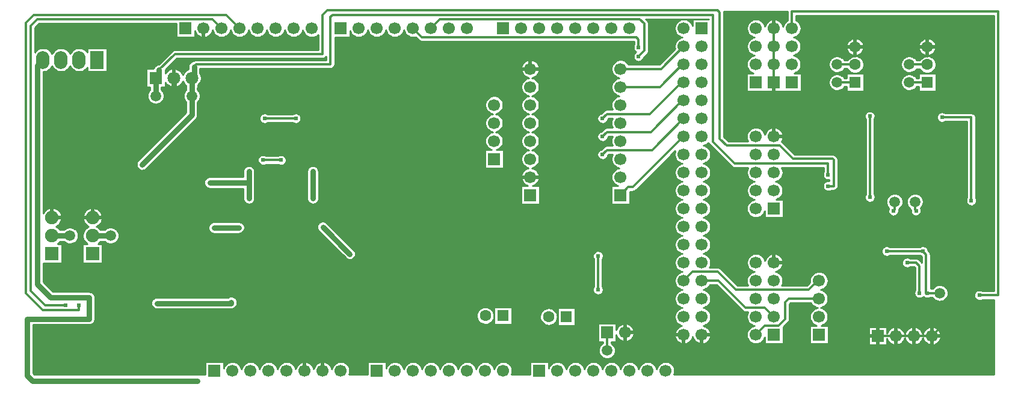
<source format=gbr>
G04 DipTrace 2.4.0.2*
%INBottom.gbr*%
%MOIN*%
%ADD14C,0.03*%
%ADD16C,0.013*%
%ADD19C,0.01*%
%ADD20C,0.02*%
%ADD34R,0.0669X0.0669*%
%ADD35C,0.0669*%
%ADD36R,0.0709X0.0709*%
%ADD37C,0.0709*%
%ADD38R,0.063X0.063*%
%ADD39C,0.063*%
%ADD40R,0.0748X0.0984*%
%ADD41O,0.0748X0.0984*%
%ADD45R,0.0748X0.0748*%
%ADD46C,0.0748*%
%ADD50C,0.0591*%
%ADD59C,0.024*%
%FSLAX44Y44*%
G04*
G70*
G90*
G75*
G01*
%LNBottom*%
%LPD*%
X1500Y18250D2*
D14*
X1187Y17937D1*
Y5812D1*
X1937Y5062D1*
X4062D1*
Y3875D1*
X625D1*
Y750D1*
X937Y437D1*
X10062D1*
X32253Y5501D2*
D16*
Y7375D1*
X7750Y17250D2*
D14*
Y16250D1*
X45005Y11250D2*
D16*
X45312D1*
Y12688D1*
X45249Y12751D1*
X43067D1*
X42318Y13500D1*
X39381D1*
X39000Y13881D1*
Y20875D1*
X38875Y21000D1*
X17250D1*
X17000Y20750D1*
Y18563D1*
X8812D1*
X7937Y17688D1*
D14*
Y17437D1*
X7750Y17250D1*
X53375Y5187D2*
D16*
X54437D1*
Y20937D1*
X43000D1*
Y20000D1*
X9750Y17250D2*
D14*
Y16250D1*
X45005Y11876D2*
D16*
Y12500D1*
X39818D1*
X38625Y13693D1*
Y20750D1*
X17562D1*
X17437Y20625D1*
Y18000D1*
X10000D1*
X9875Y17875D1*
D14*
Y17375D1*
X9750Y17250D1*
X11937Y4812D2*
Y4750D1*
X7813D1*
X7000Y12438D2*
X9750Y15188D1*
Y16250D1*
X38000Y6000D2*
D16*
X38937D1*
X40437Y4500D1*
X41500D1*
X42000Y4000D1*
X44500Y6000D2*
Y6063D1*
X43937Y5500D1*
X39875D1*
X38875Y6500D1*
X37500D1*
X37000Y6000D1*
X48687Y10375D2*
Y9937D1*
X48625Y9875D1*
X49812Y10375D2*
Y9938D1*
X49875Y9875D1*
X47500Y7937D2*
X51000D1*
X51187Y4437D2*
Y3375D1*
X50750Y2937D1*
X47750D2*
X48750D1*
X49750D1*
X50750D1*
X48937Y9375D2*
X48875Y9437D1*
X42000Y20000D2*
Y19000D1*
Y18000D1*
Y17000D1*
X8750Y17250D2*
D14*
Y16250D1*
X31628Y8938D2*
D16*
X28628D1*
X31628D2*
X34004D1*
Y7876D1*
X34254Y7626D1*
X11400Y20000D2*
X10900Y20500D1*
X1187D1*
X812Y20125D1*
Y5438D1*
X1625Y4625D1*
X2750D1*
X2000Y8500D2*
D14*
X3000D1*
X34504Y18439D2*
D16*
X34816Y18752D1*
Y20252D1*
X34566Y20502D1*
X23502D1*
X23000Y20000D1*
X34504Y18939D2*
Y19377D1*
X34379Y19502D1*
X22498D1*
X22000Y20000D1*
X13687Y12687D2*
X14688D1*
X50062Y5312D2*
Y6813D1*
X49875Y7000D1*
X49375D1*
X10984Y8937D2*
D14*
X12362D1*
X17008Y8976D2*
X18504Y7480D1*
X13780Y15000D2*
D16*
X15512D1*
X12913Y10564D2*
D14*
Y11437D1*
Y12060D1*
Y11437D2*
X10750D1*
X16457Y12060D2*
Y10564D1*
X12400Y20000D2*
D16*
X11650Y20750D1*
X1000D1*
X562Y20312D1*
Y5313D1*
X1500Y4375D1*
X3500D1*
Y4625D1*
X5250Y8500D2*
D14*
X4250D1*
X44500Y5000D2*
D16*
X42812D1*
X42625Y4813D1*
Y3875D1*
X42250Y3500D1*
X41500D1*
X41000Y3000D1*
X32750Y3125D2*
Y2125D1*
X48250Y7638D2*
X50250D1*
X50500Y5313D2*
X50437D1*
Y7450D1*
X50250Y7638D1*
X51187Y5312D2*
X50500Y5313D1*
X45500Y17000D2*
X46500D1*
X47317Y10626D2*
Y15125D1*
X46500Y17984D2*
X46484Y18000D1*
X45500D1*
X49500Y17000D2*
X50500D1*
X52937Y10437D2*
Y15063D1*
X51312D1*
X49500Y18000D2*
X49516Y17984D1*
X50500D1*
X33500Y17750D2*
X35750D1*
X37000Y19000D1*
X33500Y10750D2*
X33937Y11187D1*
X34187D1*
X37000Y14000D1*
X32500Y13000D2*
X32750Y13250D1*
X35250D1*
X37000Y15000D1*
X32500Y14000D2*
X32750Y14250D1*
X35190D1*
X36940Y16000D1*
X37000D1*
X32500Y15000D2*
X32750Y15250D1*
X35127D1*
X36877Y17000D1*
X37000D1*
X33500Y16750D2*
X35688D1*
X36937Y18000D1*
X37000D1*
D59*
X10062Y437D3*
X32253Y5501D3*
Y7375D3*
X45005Y11250D3*
X53375Y5187D3*
X45005Y11876D3*
X11937Y4812D3*
X7813Y4750D3*
X7000Y12438D3*
X48625Y9875D3*
X49875D3*
X47500Y7937D3*
X51000D3*
X48937Y9375D3*
X31628Y8938D3*
X28628D3*
X34254Y7626D3*
X31628Y8938D3*
X2750Y4625D3*
X34504Y18439D3*
Y18939D3*
X13687Y12687D3*
X14688D3*
X50062Y5312D3*
X49375Y7000D3*
X10984Y8937D3*
X12362D3*
X17008Y8976D3*
X18504Y7480D3*
X13780Y15000D3*
X15512D3*
X12913Y10564D3*
Y12060D3*
X10750Y11437D3*
X16457Y12060D3*
Y10564D3*
X3500Y4625D3*
X48250Y7638D3*
X50250D3*
X50500Y5313D3*
D3*
X47317Y10626D3*
Y15125D3*
X52937Y10437D3*
X51312Y15063D3*
X32500Y13000D3*
Y14000D3*
Y15000D3*
X23625Y17437D3*
Y16937D3*
Y16437D3*
X24125Y17437D3*
X23625Y15937D3*
Y15437D3*
Y14937D3*
Y14437D3*
Y13937D3*
Y13437D3*
Y12937D3*
Y12437D3*
Y11937D3*
Y11437D3*
Y10937D3*
Y10437D3*
Y9937D3*
Y9437D3*
Y8937D3*
Y8437D3*
Y7937D3*
Y7437D3*
Y6937D3*
Y6437D3*
Y5937D3*
Y5437D3*
Y4937D3*
Y4437D3*
Y3937D3*
Y3437D3*
X24125Y17937D3*
Y16937D3*
Y16437D3*
X13625Y11562D3*
X24125Y15937D3*
Y15437D3*
Y14937D3*
Y14437D3*
Y13937D3*
Y13437D3*
Y12937D3*
Y12437D3*
Y11937D3*
Y11437D3*
Y10937D3*
Y10437D3*
Y9937D3*
Y9437D3*
Y8937D3*
Y8437D3*
Y7937D3*
Y7437D3*
Y6937D3*
X6062Y19937D3*
Y19437D3*
Y18937D3*
Y18437D3*
Y17937D3*
Y17437D3*
Y16937D3*
Y16437D3*
Y15937D3*
Y15437D3*
Y14937D3*
Y14437D3*
Y13937D3*
Y13437D3*
Y12937D3*
Y12437D3*
Y11937D3*
Y11437D3*
Y10937D3*
Y10437D3*
Y9937D3*
Y9437D3*
Y8937D3*
Y8437D3*
Y7937D3*
Y7437D3*
Y6937D3*
Y6437D3*
Y5937D3*
Y5437D3*
Y4937D3*
Y4437D3*
X13625Y11063D3*
X14125Y11562D3*
Y11063D3*
X14625Y11562D3*
Y11063D3*
X15125Y11562D3*
Y11063D3*
X15625Y11562D3*
X24125Y6437D3*
Y5937D3*
Y5437D3*
Y4937D3*
Y4437D3*
Y3937D3*
Y3437D3*
X24625Y17937D3*
Y17437D3*
Y16937D3*
Y16437D3*
Y15937D3*
Y15437D3*
Y14937D3*
Y14437D3*
Y13937D3*
Y13437D3*
Y12937D3*
Y12437D3*
Y11937D3*
Y11437D3*
Y10937D3*
X43062Y11938D3*
Y11438D3*
Y10938D3*
Y10438D3*
Y9938D3*
Y9438D3*
Y8938D3*
Y8438D3*
Y7938D3*
Y7438D3*
X43562Y11938D3*
X24625Y10437D3*
X43562Y11438D3*
X25062Y2000D3*
X25562D3*
X26062D3*
X26562D3*
X27062D3*
X27562D3*
X28062D3*
X28562D3*
X29062D3*
X29562D3*
X30062D3*
X30562D3*
X31062D3*
X31562D3*
X32062D3*
X24625Y9937D3*
X33562Y2000D3*
X34062D3*
X34562D3*
X35062D3*
X35562D3*
X36062D3*
X36562D3*
X37062D3*
X37562D3*
X15625Y11063D3*
X11000Y4125D3*
Y3625D3*
X11500Y4125D3*
Y3625D3*
X24625Y9437D3*
X43562Y10938D3*
Y10438D3*
Y9938D3*
X6625Y18938D3*
X12000Y4125D3*
X7125Y18938D3*
X12000Y3625D3*
X7625Y18938D3*
X12500Y4125D3*
X8125Y18938D3*
X12500Y3625D3*
X8625Y18938D3*
X13000Y4125D3*
X9125Y18938D3*
X13000Y3625D3*
X9625Y18938D3*
X13500Y4125D3*
X10125Y18938D3*
X13500Y3625D3*
X10625Y18938D3*
X14000Y4125D3*
X11125Y18938D3*
X14000Y3625D3*
X11625Y18938D3*
X14500Y4125D3*
X12125Y18938D3*
X49687Y4125D3*
X12625Y18938D3*
X14500Y3625D3*
X13125Y18938D3*
X7687Y9437D3*
X13625Y18938D3*
X7687Y8937D3*
X14125Y18938D3*
X7687Y8437D3*
X14625Y18938D3*
X7687Y7937D3*
X15125Y18938D3*
X7687Y7437D3*
X15625Y18938D3*
X7687Y6937D3*
X16125Y18938D3*
X7687Y6437D3*
X16625Y18938D3*
X7687Y5937D3*
X53375Y20187D3*
Y19687D3*
Y19187D3*
Y18687D3*
X18125Y18938D3*
X21625Y9937D3*
X18625Y18938D3*
X21625Y9438D3*
X19125Y18938D3*
Y18438D3*
X19625Y18938D3*
Y18438D3*
X20125Y18938D3*
Y18438D3*
X20625Y18938D3*
Y18438D3*
X21125Y18938D3*
Y18438D3*
X21625Y18938D3*
Y18438D3*
X22125Y18938D3*
Y18438D3*
X22625Y18938D3*
Y18438D3*
X23125Y18938D3*
Y18438D3*
X21625Y8937D3*
Y8437D3*
X24125Y18938D3*
Y18438D3*
X24625Y18938D3*
Y18438D3*
X25125Y18938D3*
Y18438D3*
X25625Y18938D3*
Y18438D3*
X26125Y18938D3*
Y18438D3*
X26625Y18938D3*
Y18438D3*
X27125Y18938D3*
Y18438D3*
X27625Y18938D3*
Y18438D3*
X28125Y18938D3*
Y18438D3*
X28625Y18938D3*
Y18438D3*
X29125Y18938D3*
Y18438D3*
X29625Y18938D3*
Y18438D3*
X30125Y18938D3*
Y18438D3*
X53375Y18187D3*
Y17687D3*
Y17187D3*
Y16687D3*
Y16187D3*
Y15687D3*
Y15187D3*
Y14687D3*
Y14187D3*
Y13687D3*
Y13187D3*
Y12687D3*
Y12187D3*
Y11687D3*
Y11187D3*
Y10687D3*
Y10187D3*
Y9687D3*
Y9187D3*
Y8687D3*
Y8187D3*
Y7687D3*
Y7187D3*
Y6687D3*
Y6187D3*
Y5687D3*
Y4687D3*
Y4187D3*
X52255Y11189D3*
X53375Y3687D3*
Y3187D3*
Y2687D3*
Y2187D3*
Y1687D3*
Y1187D3*
X53875Y20187D3*
Y19687D3*
Y19187D3*
Y18687D3*
Y18187D3*
Y17687D3*
Y17187D3*
Y16687D3*
Y16187D3*
Y15687D3*
Y15187D3*
Y14687D3*
Y14187D3*
Y13687D3*
Y13187D3*
Y12687D3*
Y12187D3*
Y11687D3*
Y11187D3*
Y10687D3*
Y10187D3*
Y9687D3*
Y9187D3*
Y8687D3*
Y8187D3*
Y7687D3*
Y7187D3*
Y6687D3*
Y6187D3*
Y5687D3*
Y4687D3*
Y4187D3*
X52255Y10689D3*
X53875Y3687D3*
Y3187D3*
Y2687D3*
Y2187D3*
Y1687D3*
Y1187D3*
X36062Y10500D3*
Y10000D3*
Y9500D3*
Y9000D3*
Y8500D3*
Y8000D3*
Y7500D3*
Y7000D3*
Y6500D3*
Y6000D3*
Y5500D3*
Y5000D3*
Y4500D3*
Y4000D3*
Y3500D3*
Y3000D3*
Y2500D3*
X43562Y9438D3*
Y8938D3*
Y8438D3*
Y7938D3*
Y7438D3*
X44062Y11938D3*
Y11438D3*
Y10938D3*
Y10438D3*
Y9938D3*
Y9438D3*
Y8938D3*
Y8438D3*
Y7938D3*
Y7438D3*
X44562Y11938D3*
Y11437D3*
Y10938D3*
Y10438D3*
Y9938D3*
Y9438D3*
Y8938D3*
Y8438D3*
Y7938D3*
Y7437D3*
X24625Y8937D3*
Y8437D3*
Y7937D3*
Y7437D3*
Y6937D3*
Y6437D3*
Y5937D3*
Y5437D3*
X37062Y1000D3*
X37562D3*
X38062D3*
X38562D3*
X39062D3*
X39562D3*
X40062D3*
X40562D3*
X41062D3*
X41562D3*
X42062D3*
X42562D3*
X43062D3*
X43562D3*
X44062D3*
X44562D3*
X45062D3*
X45562D3*
X46062D3*
X46562D3*
X47062D3*
X47562D3*
X48062D3*
X48562D3*
X49062D3*
X43875Y19687D3*
X50062Y1000D3*
X50562D3*
X51062D3*
X51562D3*
X52062D3*
X52562D3*
X53062D3*
X44875Y20187D3*
X45375D3*
X45875D3*
X46375D3*
X46875D3*
X47375D3*
X47875D3*
X48375D3*
X48875D3*
X49375D3*
X49875D3*
X50375D3*
X50875D3*
X51375D3*
X51875D3*
X52375D3*
X52875D3*
X24625Y4937D3*
Y4437D3*
Y3937D3*
Y3437D3*
X21625Y7937D3*
Y7437D3*
Y6937D3*
Y6437D3*
Y5937D3*
X11125Y6562D3*
Y6062D3*
Y5562D3*
X27750Y9938D3*
X17562Y13625D3*
X28250Y9938D3*
X18062Y13625D3*
X28750Y9938D3*
X18562Y13625D3*
X29250Y9938D3*
X49687Y4625D3*
X29750Y9938D3*
X19062Y13625D3*
X30250Y9938D3*
X49562Y1000D3*
X30750Y9938D3*
X11625Y16625D3*
X31250Y9938D3*
X46250Y8062D3*
X31750Y9938D3*
X46250Y7562D3*
X32250Y9938D3*
X46250Y7062D3*
X32750Y9938D3*
X46250Y6562D3*
X33250Y9938D3*
X47687Y4125D3*
X33750Y9938D3*
X48187Y4125D3*
X31000Y18938D3*
Y18438D3*
X31500Y18938D3*
Y18438D3*
X32000Y18938D3*
Y18438D3*
X32500Y18938D3*
Y18438D3*
X33000Y18938D3*
Y18438D3*
X33500Y18938D3*
Y18438D3*
X34000Y18938D3*
Y18438D3*
X11625Y16125D3*
X12125Y16625D3*
Y16125D3*
X12625Y16625D3*
Y16125D3*
X13125Y16625D3*
Y16125D3*
X8438Y2437D3*
X8938D3*
X9438D3*
X9938D3*
X10438D3*
X10938D3*
X11438D3*
X11938D3*
X12437D3*
X12938D3*
X13437D3*
X13938D3*
X14437D3*
X14937D3*
X15437D3*
X15937D3*
X16437D3*
X16937D3*
X17437D3*
X17938D3*
X18438D3*
X13625Y16625D3*
Y16125D3*
X14125Y16625D3*
Y16125D3*
X14625Y16625D3*
Y16125D3*
X15125Y16625D3*
Y16125D3*
X15625Y16625D3*
Y16125D3*
X16125Y16625D3*
Y16125D3*
X48687Y4125D3*
X16625Y16625D3*
Y16125D3*
X17125Y16625D3*
Y16125D3*
X17625Y16625D3*
Y16125D3*
X49187Y4125D3*
X46750Y8062D3*
Y7562D3*
Y7062D3*
Y6562D3*
X47687Y4625D3*
X48187D3*
X48687D3*
X49187D3*
X51500Y8062D3*
Y7562D3*
X46250Y6062D3*
X45687Y4125D3*
X46187D3*
X46687D3*
X47187D3*
X52000Y8062D3*
Y7562D3*
X46750Y6062D3*
X45687Y4625D3*
X46187D3*
X46687D3*
X47187D3*
X43875Y20187D3*
Y19187D3*
Y18687D3*
Y18187D3*
Y17687D3*
Y17187D3*
Y16687D3*
Y16187D3*
Y15687D3*
Y15187D3*
Y14687D3*
Y14187D3*
X44375Y20187D3*
Y19687D3*
Y19187D3*
Y18687D3*
Y18187D3*
Y17687D3*
Y17187D3*
Y16687D3*
Y16187D3*
Y15687D3*
Y15187D3*
Y14687D3*
Y14187D3*
X49000Y16063D3*
Y15563D3*
Y15063D3*
Y14562D3*
Y14063D3*
Y13563D3*
X49500Y16063D3*
Y15563D3*
Y15063D3*
Y14562D3*
Y14063D3*
Y13563D3*
X52250Y12688D3*
Y12188D3*
Y11688D3*
X39248Y20851D2*
D19*
X42752D1*
X39248Y20753D2*
X42752D1*
X39248Y20654D2*
X42752D1*
X43248D2*
X54189D1*
X39248Y20555D2*
X42752D1*
X43248D2*
X54189D1*
X34959Y20457D2*
X36766D1*
X37234D2*
X37481D1*
X39248D2*
X40766D1*
X41234D2*
X41766D1*
X42234D2*
X42752D1*
X43248D2*
X54189D1*
X35040Y20358D2*
X36628D1*
X37372D2*
X37481D1*
X39248D2*
X40628D1*
X41372D2*
X41628D1*
X42372D2*
X42628D1*
X43372D2*
X54189D1*
X1295Y20259D2*
X8881D1*
X35065D2*
X36552D1*
X39248D2*
X40552D1*
X41448D2*
X41552D1*
X42448D2*
X42552D1*
X43448D2*
X54189D1*
X1195Y20160D2*
X8881D1*
X35065D2*
X36508D1*
X39248D2*
X40508D1*
X43492D2*
X54189D1*
X1097Y20062D2*
X8881D1*
X35065D2*
X36485D1*
X39248D2*
X40485D1*
X43515D2*
X54189D1*
X1061Y19963D2*
X8881D1*
X35065D2*
X36483D1*
X39248D2*
X40483D1*
X43517D2*
X54189D1*
X1061Y19864D2*
X8881D1*
X35065D2*
X36500D1*
X39248D2*
X40500D1*
X43500D2*
X54189D1*
X1061Y19766D2*
X8881D1*
X10861D2*
X10938D1*
X11861D2*
X11938D1*
X12861D2*
X12938D1*
X13861D2*
X13938D1*
X14861D2*
X14938D1*
X15861D2*
X15938D1*
X19461D2*
X19538D1*
X20461D2*
X20538D1*
X21461D2*
X21538D1*
X35065D2*
X36539D1*
X39248D2*
X40539D1*
X43461D2*
X54189D1*
X1061Y19667D2*
X8881D1*
X9919D2*
X10006D1*
X10794D2*
X11006D1*
X11794D2*
X12006D1*
X12794D2*
X13006D1*
X13794D2*
X14006D1*
X14794D2*
X15006D1*
X15794D2*
X16006D1*
X18519D2*
X18606D1*
X19394D2*
X19606D1*
X20394D2*
X20606D1*
X21394D2*
X21606D1*
X35065D2*
X36606D1*
X39248D2*
X40606D1*
X43394D2*
X54189D1*
X1061Y19568D2*
X8881D1*
X9919D2*
X10120D1*
X10680D2*
X11120D1*
X11680D2*
X12120D1*
X12680D2*
X13120D1*
X13680D2*
X14120D1*
X14680D2*
X15120D1*
X15680D2*
X16120D1*
X16680D2*
X16752D1*
X18519D2*
X18720D1*
X19280D2*
X19720D1*
X20280D2*
X20720D1*
X21280D2*
X21720D1*
X35065D2*
X36720D1*
X39248D2*
X40720D1*
X43280D2*
X54189D1*
X1061Y19470D2*
X16752D1*
X17686D2*
X22183D1*
X35065D2*
X36795D1*
X39248D2*
X40795D1*
X43205D2*
X54189D1*
X1061Y19371D2*
X16752D1*
X17686D2*
X22281D1*
X35065D2*
X36642D1*
X39248D2*
X40642D1*
X43358D2*
X46213D1*
X46787D2*
X50213D1*
X50787D2*
X54189D1*
X1061Y19272D2*
X16752D1*
X17686D2*
X22422D1*
X35065D2*
X36561D1*
X39248D2*
X40561D1*
X43439D2*
X46106D1*
X46894D2*
X50106D1*
X50894D2*
X54189D1*
X1061Y19174D2*
X16752D1*
X17686D2*
X34255D1*
X35065D2*
X36513D1*
X39248D2*
X40513D1*
X43487D2*
X46047D1*
X46955D2*
X50047D1*
X50953D2*
X54189D1*
X1061Y19075D2*
X16752D1*
X17686D2*
X34233D1*
X35065D2*
X36488D1*
X39248D2*
X40488D1*
X43512D2*
X46013D1*
X46987D2*
X50013D1*
X50987D2*
X54189D1*
X1061Y18976D2*
X16752D1*
X17686D2*
X34202D1*
X35065D2*
X36481D1*
X39248D2*
X40481D1*
X43519D2*
X46002D1*
X46998D2*
X50002D1*
X50998D2*
X54189D1*
X1061Y18878D2*
X1288D1*
X1712D2*
X2288D1*
X2712D2*
X3288D1*
X3712D2*
X3942D1*
X5058D2*
X16752D1*
X17686D2*
X34206D1*
X35065D2*
X36497D1*
X39248D2*
X40497D1*
X43503D2*
X46010D1*
X46990D2*
X50010D1*
X50990D2*
X54189D1*
X1061Y18779D2*
X1126D1*
X1873D2*
X2127D1*
X2873D2*
X3127D1*
X3873D2*
X3942D1*
X5058D2*
X8702D1*
X17686D2*
X34247D1*
X35065D2*
X36431D1*
X39248D2*
X40531D1*
X43469D2*
X46039D1*
X46961D2*
X50039D1*
X50961D2*
X54189D1*
X1961Y18680D2*
X2038D1*
X2961D2*
X3038D1*
X5058D2*
X8583D1*
X17686D2*
X34325D1*
X35055D2*
X36333D1*
X39248D2*
X40594D1*
X43406D2*
X46095D1*
X46905D2*
X50095D1*
X50905D2*
X54189D1*
X5058Y18581D2*
X8483D1*
X17686D2*
X34236D1*
X34994D2*
X36233D1*
X39248D2*
X40702D1*
X43298D2*
X46191D1*
X46809D2*
X50191D1*
X50809D2*
X54189D1*
X5058Y18483D2*
X8385D1*
X17686D2*
X34203D1*
X34895D2*
X36135D1*
X39248D2*
X40830D1*
X43170D2*
X46435D1*
X46565D2*
X50435D1*
X50565D2*
X54189D1*
X5058Y18384D2*
X8286D1*
X17686D2*
X34205D1*
X34803D2*
X36036D1*
X39248D2*
X40656D1*
X43344D2*
X45220D1*
X45780D2*
X46210D1*
X46790D2*
X49220D1*
X49780D2*
X50210D1*
X50790D2*
X54189D1*
X5058Y18285D2*
X8188D1*
X8883D2*
X17189D1*
X17686D2*
X34244D1*
X34764D2*
X35938D1*
X39248D2*
X40569D1*
X43431D2*
X45117D1*
X45883D2*
X46105D1*
X46895D2*
X49117D1*
X49883D2*
X50105D1*
X50895D2*
X54189D1*
X5058Y18187D2*
X8089D1*
X8784D2*
X9777D1*
X17686D2*
X28230D1*
X28770D2*
X33230D1*
X33770D2*
X34344D1*
X34664D2*
X35839D1*
X39248D2*
X40517D1*
X43483D2*
X45060D1*
X46955D2*
X49060D1*
X50955D2*
X54189D1*
X5058Y18088D2*
X7991D1*
X8686D2*
X9620D1*
X17686D2*
X28110D1*
X28890D2*
X33110D1*
X33890D2*
X35741D1*
X39248D2*
X40489D1*
X43511D2*
X45030D1*
X46987D2*
X49030D1*
X50987D2*
X54189D1*
X5058Y17989D2*
X7810D1*
X8587D2*
X9563D1*
X17686D2*
X28041D1*
X28959D2*
X33041D1*
X33959D2*
X35642D1*
X39248D2*
X40481D1*
X43519D2*
X45020D1*
X46998D2*
X49020D1*
X50998D2*
X54189D1*
X5058Y17891D2*
X7675D1*
X8489D2*
X9541D1*
X17659D2*
X28002D1*
X28998D2*
X33002D1*
X39248D2*
X40494D1*
X43506D2*
X45035D1*
X46990D2*
X49035D1*
X50990D2*
X54189D1*
X1940Y17792D2*
X2060D1*
X2940D2*
X3060D1*
X5058D2*
X7620D1*
X8390D2*
X9541D1*
X17565D2*
X27983D1*
X29017D2*
X32983D1*
X39248D2*
X40527D1*
X43473D2*
X45069D1*
X46959D2*
X49069D1*
X50959D2*
X54189D1*
X1839Y17693D2*
X2161D1*
X2839D2*
X3161D1*
X3839D2*
X3942D1*
X5058D2*
X7211D1*
X8290D2*
X8453D1*
X9047D2*
X9453D1*
X10209D2*
X27985D1*
X29015D2*
X32985D1*
X39248D2*
X40585D1*
X43415D2*
X45135D1*
X45865D2*
X46097D1*
X46903D2*
X49135D1*
X49865D2*
X50097D1*
X50903D2*
X54189D1*
X1617Y17595D2*
X2383D1*
X2617D2*
X3383D1*
X3617D2*
X3942D1*
X5058D2*
X7211D1*
X9161D2*
X9339D1*
X10209D2*
X28006D1*
X28994D2*
X33006D1*
X39248D2*
X40683D1*
X43317D2*
X45253D1*
X45747D2*
X46195D1*
X46805D2*
X49253D1*
X49747D2*
X50195D1*
X50805D2*
X54189D1*
X1522Y17496D2*
X7211D1*
X10228D2*
X28050D1*
X28950D2*
X33050D1*
X39248D2*
X40481D1*
X43519D2*
X46467D1*
X46532D2*
X50467D1*
X50532D2*
X54189D1*
X1522Y17397D2*
X7211D1*
X10267D2*
X28124D1*
X28876D2*
X33124D1*
X39248D2*
X40481D1*
X43519D2*
X45241D1*
X45759D2*
X46002D1*
X46998D2*
X49241D1*
X49759D2*
X50002D1*
X50998D2*
X54189D1*
X1522Y17299D2*
X7211D1*
X10286D2*
X28256D1*
X28744D2*
X33256D1*
X39248D2*
X40481D1*
X43519D2*
X45128D1*
X45872D2*
X46002D1*
X46998D2*
X49128D1*
X49872D2*
X50002D1*
X50998D2*
X54189D1*
X1522Y17200D2*
X7211D1*
X10286D2*
X28253D1*
X28747D2*
X33253D1*
X39248D2*
X40481D1*
X43519D2*
X45066D1*
X46998D2*
X49066D1*
X50998D2*
X54189D1*
X1522Y17101D2*
X7211D1*
X10267D2*
X28122D1*
X28878D2*
X33122D1*
X39248D2*
X40481D1*
X43519D2*
X45031D1*
X46998D2*
X49031D1*
X50998D2*
X54189D1*
X1522Y17002D2*
X7211D1*
X10226D2*
X28049D1*
X28951D2*
X33049D1*
X39248D2*
X40481D1*
X43519D2*
X45020D1*
X46998D2*
X49020D1*
X50998D2*
X54189D1*
X1522Y16904D2*
X7211D1*
X8289D2*
X8341D1*
X9159D2*
X9341D1*
X10159D2*
X28005D1*
X28995D2*
X33005D1*
X39248D2*
X40481D1*
X43519D2*
X45031D1*
X46998D2*
X49031D1*
X50998D2*
X54189D1*
X1522Y16805D2*
X7211D1*
X8289D2*
X8455D1*
X9045D2*
X9416D1*
X10084D2*
X27985D1*
X29015D2*
X32985D1*
X39248D2*
X40481D1*
X43519D2*
X45063D1*
X46998D2*
X49063D1*
X50998D2*
X54189D1*
X1522Y16706D2*
X7416D1*
X8084D2*
X9416D1*
X10084D2*
X27983D1*
X29017D2*
X32983D1*
X39248D2*
X40481D1*
X43519D2*
X45124D1*
X45876D2*
X46002D1*
X46998D2*
X49124D1*
X49876D2*
X50002D1*
X50998D2*
X54189D1*
X1522Y16608D2*
X7416D1*
X8084D2*
X9416D1*
X10084D2*
X28002D1*
X28998D2*
X33002D1*
X39248D2*
X40481D1*
X43519D2*
X45233D1*
X45767D2*
X46002D1*
X46998D2*
X49233D1*
X49767D2*
X50002D1*
X50998D2*
X54189D1*
X1522Y16509D2*
X7349D1*
X8151D2*
X9349D1*
X10151D2*
X28042D1*
X28958D2*
X33042D1*
X39248D2*
X40481D1*
X43519D2*
X54189D1*
X1522Y16410D2*
X7299D1*
X8201D2*
X9299D1*
X10201D2*
X28111D1*
X28889D2*
X33111D1*
X39248D2*
X54189D1*
X1522Y16312D2*
X7275D1*
X8225D2*
X9275D1*
X10225D2*
X28233D1*
X28767D2*
X33233D1*
X39248D2*
X54189D1*
X1522Y16213D2*
X7272D1*
X8228D2*
X9272D1*
X10228D2*
X26280D1*
X26720D2*
X28280D1*
X28720D2*
X33280D1*
X39248D2*
X54189D1*
X1522Y16114D2*
X7291D1*
X8209D2*
X9291D1*
X10209D2*
X26135D1*
X26865D2*
X28135D1*
X28865D2*
X33135D1*
X39248D2*
X54189D1*
X1522Y16016D2*
X7333D1*
X8167D2*
X9333D1*
X10167D2*
X26056D1*
X26944D2*
X28056D1*
X28944D2*
X33056D1*
X39248D2*
X54189D1*
X1522Y15917D2*
X7410D1*
X8090D2*
X9410D1*
X10090D2*
X26010D1*
X26990D2*
X28010D1*
X28990D2*
X33010D1*
X39248D2*
X54189D1*
X1522Y15818D2*
X7556D1*
X7944D2*
X9416D1*
X10084D2*
X25986D1*
X27014D2*
X27986D1*
X29014D2*
X32986D1*
X39248D2*
X54189D1*
X1522Y15720D2*
X9416D1*
X10084D2*
X25983D1*
X27017D2*
X27983D1*
X29017D2*
X32983D1*
X39248D2*
X54189D1*
X1522Y15621D2*
X9416D1*
X10084D2*
X25999D1*
X27001D2*
X27999D1*
X29001D2*
X32999D1*
X39248D2*
X54189D1*
X1522Y15522D2*
X9416D1*
X10084D2*
X26036D1*
X26964D2*
X28036D1*
X28964D2*
X33036D1*
X39248D2*
X54189D1*
X1522Y15423D2*
X9416D1*
X10084D2*
X26100D1*
X26900D2*
X28100D1*
X28900D2*
X32575D1*
X39248D2*
X54189D1*
X1522Y15325D2*
X9416D1*
X10084D2*
X26211D1*
X26789D2*
X28211D1*
X28789D2*
X32477D1*
X39248D2*
X47092D1*
X47544D2*
X51170D1*
X51455D2*
X54189D1*
X1522Y15226D2*
X9320D1*
X10084D2*
X13581D1*
X15709D2*
X26311D1*
X26689D2*
X28311D1*
X28689D2*
X32302D1*
X39248D2*
X47031D1*
X47603D2*
X51058D1*
X53122D2*
X54189D1*
X1522Y15127D2*
X9222D1*
X10078D2*
X13505D1*
X15787D2*
X26149D1*
X26851D2*
X28149D1*
X28851D2*
X32225D1*
X39248D2*
X47014D1*
X47622D2*
X51016D1*
X53178D2*
X54189D1*
X1522Y15029D2*
X9124D1*
X10042D2*
X13477D1*
X15814D2*
X26064D1*
X26936D2*
X28064D1*
X28936D2*
X32197D1*
X39248D2*
X47030D1*
X47605D2*
X51011D1*
X53186D2*
X54189D1*
X1522Y14930D2*
X9025D1*
X9961D2*
X13485D1*
X15808D2*
X26014D1*
X26986D2*
X28014D1*
X28986D2*
X32205D1*
X32795D2*
X33014D1*
X39248D2*
X47069D1*
X47567D2*
X51041D1*
X53186D2*
X54189D1*
X1522Y14831D2*
X8925D1*
X9862D2*
X13528D1*
X15762D2*
X25988D1*
X27012D2*
X27988D1*
X29012D2*
X32249D1*
X32751D2*
X32988D1*
X39248D2*
X47069D1*
X47567D2*
X51120D1*
X53186D2*
X54189D1*
X1522Y14733D2*
X8827D1*
X9764D2*
X13647D1*
X13912D2*
X15380D1*
X15644D2*
X25981D1*
X27019D2*
X27981D1*
X29019D2*
X32367D1*
X32633D2*
X32981D1*
X39248D2*
X47069D1*
X47567D2*
X52689D1*
X53186D2*
X54189D1*
X1522Y14634D2*
X8728D1*
X9664D2*
X25995D1*
X27005D2*
X27995D1*
X29005D2*
X32995D1*
X39248D2*
X47069D1*
X47567D2*
X52689D1*
X53186D2*
X54189D1*
X1522Y14535D2*
X8630D1*
X9565D2*
X26030D1*
X26970D2*
X28030D1*
X28970D2*
X33030D1*
X39248D2*
X47069D1*
X47567D2*
X52689D1*
X53186D2*
X54189D1*
X1522Y14437D2*
X8531D1*
X9467D2*
X26089D1*
X26911D2*
X28089D1*
X28911D2*
X32591D1*
X39248D2*
X40730D1*
X41270D2*
X41730D1*
X42270D2*
X47069D1*
X47567D2*
X52689D1*
X53186D2*
X54189D1*
X1522Y14338D2*
X8433D1*
X9369D2*
X26192D1*
X26808D2*
X28192D1*
X28808D2*
X32491D1*
X39248D2*
X40610D1*
X41390D2*
X41610D1*
X42390D2*
X47069D1*
X47567D2*
X52689D1*
X53186D2*
X54189D1*
X1522Y14239D2*
X8333D1*
X9270D2*
X26350D1*
X26650D2*
X28350D1*
X28650D2*
X32319D1*
X39248D2*
X40541D1*
X41459D2*
X41541D1*
X42459D2*
X47069D1*
X47567D2*
X52689D1*
X53186D2*
X54189D1*
X1522Y14141D2*
X8235D1*
X9172D2*
X26164D1*
X26836D2*
X28164D1*
X28836D2*
X32231D1*
X39248D2*
X40502D1*
X42498D2*
X47069D1*
X47567D2*
X52689D1*
X53186D2*
X54189D1*
X1522Y14042D2*
X8136D1*
X9072D2*
X26074D1*
X26926D2*
X28074D1*
X28926D2*
X32199D1*
X39248D2*
X40483D1*
X42517D2*
X47069D1*
X47567D2*
X52689D1*
X53186D2*
X54189D1*
X1522Y13943D2*
X8038D1*
X8973D2*
X26019D1*
X26981D2*
X28019D1*
X28981D2*
X32202D1*
X32798D2*
X33019D1*
X39286D2*
X40485D1*
X42515D2*
X47069D1*
X47567D2*
X52689D1*
X53186D2*
X54189D1*
X1522Y13844D2*
X7939D1*
X8875D2*
X25991D1*
X27009D2*
X27991D1*
X29009D2*
X32241D1*
X32759D2*
X32991D1*
X39384D2*
X40506D1*
X42494D2*
X47069D1*
X47567D2*
X52689D1*
X53186D2*
X54189D1*
X1522Y13746D2*
X7841D1*
X8776D2*
X25981D1*
X27019D2*
X27981D1*
X29019D2*
X32342D1*
X32658D2*
X32981D1*
X39483D2*
X40550D1*
X42450D2*
X47069D1*
X47567D2*
X52689D1*
X53186D2*
X54189D1*
X1522Y13647D2*
X7742D1*
X8678D2*
X25992D1*
X27008D2*
X27992D1*
X29008D2*
X32992D1*
X42519D2*
X47069D1*
X47567D2*
X52689D1*
X53186D2*
X54189D1*
X1522Y13548D2*
X7642D1*
X8580D2*
X26024D1*
X26976D2*
X28024D1*
X28976D2*
X33024D1*
X38244D2*
X38425D1*
X42617D2*
X47069D1*
X47567D2*
X52689D1*
X53186D2*
X54189D1*
X1522Y13450D2*
X7544D1*
X8480D2*
X26080D1*
X26920D2*
X28080D1*
X28920D2*
X32610D1*
X38247D2*
X38520D1*
X42717D2*
X47069D1*
X47567D2*
X52689D1*
X53186D2*
X54189D1*
X1522Y13351D2*
X7445D1*
X8381D2*
X26175D1*
X26825D2*
X28175D1*
X28825D2*
X32503D1*
X38378D2*
X38619D1*
X42815D2*
X47069D1*
X47567D2*
X52689D1*
X53186D2*
X54189D1*
X1522Y13252D2*
X7347D1*
X8283D2*
X25981D1*
X27019D2*
X28386D1*
X28614D2*
X32339D1*
X38451D2*
X38717D1*
X42914D2*
X47069D1*
X47567D2*
X52689D1*
X53186D2*
X54189D1*
X1522Y13154D2*
X7249D1*
X8184D2*
X25981D1*
X27019D2*
X28180D1*
X28820D2*
X32239D1*
X38495D2*
X38816D1*
X43012D2*
X47069D1*
X47567D2*
X52689D1*
X53186D2*
X54189D1*
X1522Y13055D2*
X7150D1*
X8086D2*
X25981D1*
X27019D2*
X28083D1*
X28917D2*
X32202D1*
X36403D2*
X36485D1*
X38515D2*
X38916D1*
X43111D2*
X47069D1*
X47567D2*
X52689D1*
X53186D2*
X54189D1*
X1522Y12956D2*
X7050D1*
X7987D2*
X13558D1*
X13817D2*
X14558D1*
X14817D2*
X25981D1*
X27019D2*
X28025D1*
X28975D2*
X32199D1*
X32805D2*
X33025D1*
X36305D2*
X36483D1*
X38517D2*
X39014D1*
X45381D2*
X47069D1*
X47567D2*
X52689D1*
X53186D2*
X54189D1*
X1522Y12858D2*
X6952D1*
X7887D2*
X13438D1*
X14937D2*
X25981D1*
X27019D2*
X27992D1*
X29008D2*
X32233D1*
X32767D2*
X32992D1*
X36206D2*
X36502D1*
X38498D2*
X39113D1*
X45490D2*
X47069D1*
X47567D2*
X52689D1*
X53186D2*
X54189D1*
X1522Y12759D2*
X6853D1*
X7789D2*
X13392D1*
X14983D2*
X25981D1*
X27019D2*
X27981D1*
X29019D2*
X32322D1*
X32678D2*
X32981D1*
X36106D2*
X36542D1*
X38458D2*
X39211D1*
X45550D2*
X47069D1*
X47567D2*
X52689D1*
X53186D2*
X54189D1*
X1522Y12660D2*
X6755D1*
X7690D2*
X13385D1*
X14990D2*
X25981D1*
X27019D2*
X27989D1*
X29011D2*
X32989D1*
X36008D2*
X36611D1*
X38389D2*
X39310D1*
X45561D2*
X47069D1*
X47567D2*
X52689D1*
X53186D2*
X54189D1*
X1522Y12562D2*
X6691D1*
X7592D2*
X13413D1*
X14962D2*
X25981D1*
X27019D2*
X28017D1*
X28983D2*
X33017D1*
X35909D2*
X36733D1*
X38267D2*
X39408D1*
X45561D2*
X47069D1*
X47567D2*
X52689D1*
X53186D2*
X54189D1*
X1522Y12463D2*
X6667D1*
X7494D2*
X13488D1*
X14887D2*
X25981D1*
X27019D2*
X28070D1*
X28930D2*
X33070D1*
X35811D2*
X36780D1*
X38220D2*
X39508D1*
X45561D2*
X47069D1*
X47567D2*
X52689D1*
X53186D2*
X54189D1*
X1522Y12364D2*
X6675D1*
X7395D2*
X12792D1*
X13034D2*
X16336D1*
X16576D2*
X25981D1*
X27019D2*
X28160D1*
X28840D2*
X33160D1*
X35712D2*
X36635D1*
X38365D2*
X39606D1*
X45561D2*
X47069D1*
X47567D2*
X52689D1*
X53186D2*
X54189D1*
X1522Y12265D2*
X6716D1*
X7297D2*
X12653D1*
X13173D2*
X16197D1*
X16717D2*
X25981D1*
X27019D2*
X28336D1*
X28664D2*
X33336D1*
X35614D2*
X36556D1*
X38444D2*
X39763D1*
X45561D2*
X47069D1*
X47567D2*
X52689D1*
X53186D2*
X54189D1*
X1522Y12167D2*
X6813D1*
X7187D2*
X12597D1*
X13230D2*
X16141D1*
X16772D2*
X28199D1*
X28801D2*
X33199D1*
X35514D2*
X36510D1*
X38490D2*
X40510D1*
X42490D2*
X44756D1*
X45561D2*
X47069D1*
X47567D2*
X52689D1*
X53186D2*
X54189D1*
X1522Y12068D2*
X12580D1*
X13247D2*
X16124D1*
X16790D2*
X28094D1*
X28906D2*
X33094D1*
X35415D2*
X36486D1*
X38514D2*
X40486D1*
X42514D2*
X44756D1*
X45561D2*
X47069D1*
X47567D2*
X52689D1*
X53186D2*
X54189D1*
X1522Y11969D2*
X12580D1*
X13247D2*
X16124D1*
X16790D2*
X28031D1*
X28969D2*
X33031D1*
X35317D2*
X36483D1*
X38517D2*
X40483D1*
X42517D2*
X44716D1*
X45561D2*
X47069D1*
X47567D2*
X52689D1*
X53186D2*
X54189D1*
X1522Y11871D2*
X12580D1*
X13247D2*
X16124D1*
X16790D2*
X27995D1*
X29005D2*
X32995D1*
X35219D2*
X36499D1*
X38501D2*
X40499D1*
X42501D2*
X44700D1*
X45561D2*
X47069D1*
X47567D2*
X52689D1*
X53186D2*
X54189D1*
X1522Y11772D2*
X12580D1*
X13247D2*
X16124D1*
X16790D2*
X27981D1*
X29019D2*
X32981D1*
X35120D2*
X36536D1*
X38464D2*
X40536D1*
X42464D2*
X44720D1*
X45561D2*
X47069D1*
X47567D2*
X52689D1*
X53186D2*
X54189D1*
X1522Y11673D2*
X10517D1*
X13247D2*
X16124D1*
X16790D2*
X27988D1*
X29012D2*
X32988D1*
X35022D2*
X36600D1*
X38400D2*
X40600D1*
X42400D2*
X44781D1*
X45561D2*
X47069D1*
X47567D2*
X52689D1*
X53186D2*
X54189D1*
X1522Y11575D2*
X10447D1*
X13247D2*
X16124D1*
X16790D2*
X28013D1*
X28987D2*
X33013D1*
X34922D2*
X36711D1*
X38289D2*
X40711D1*
X42289D2*
X45064D1*
X45561D2*
X47069D1*
X47567D2*
X52689D1*
X53186D2*
X54189D1*
X1522Y11476D2*
X10419D1*
X13247D2*
X16124D1*
X16790D2*
X28061D1*
X28939D2*
X33061D1*
X34823D2*
X36811D1*
X38189D2*
X40811D1*
X42189D2*
X44806D1*
X45561D2*
X47069D1*
X47567D2*
X52689D1*
X53186D2*
X54189D1*
X1522Y11377D2*
X10422D1*
X13247D2*
X16124D1*
X16790D2*
X28144D1*
X28856D2*
X33144D1*
X34725D2*
X36649D1*
X38351D2*
X40649D1*
X42351D2*
X44730D1*
X45561D2*
X47069D1*
X47567D2*
X52689D1*
X53186D2*
X54189D1*
X1522Y11279D2*
X10458D1*
X13247D2*
X16124D1*
X16790D2*
X28300D1*
X28700D2*
X33300D1*
X34626D2*
X36564D1*
X38436D2*
X40564D1*
X42436D2*
X44702D1*
X45561D2*
X47069D1*
X47567D2*
X52689D1*
X53186D2*
X54189D1*
X1522Y11180D2*
X10544D1*
X13247D2*
X16124D1*
X16790D2*
X27981D1*
X29019D2*
X32981D1*
X34528D2*
X36514D1*
X38486D2*
X40514D1*
X42486D2*
X44710D1*
X45551D2*
X47069D1*
X47567D2*
X52689D1*
X53186D2*
X54189D1*
X1522Y11081D2*
X12580D1*
X13247D2*
X16124D1*
X16790D2*
X27981D1*
X29019D2*
X32981D1*
X34430D2*
X36488D1*
X38512D2*
X40488D1*
X42512D2*
X44753D1*
X45492D2*
X47069D1*
X47567D2*
X52689D1*
X53186D2*
X54189D1*
X1522Y10983D2*
X12580D1*
X13247D2*
X16124D1*
X16790D2*
X27981D1*
X29019D2*
X32981D1*
X34320D2*
X36481D1*
X38519D2*
X40481D1*
X42519D2*
X44872D1*
X45137D2*
X47069D1*
X47567D2*
X52689D1*
X53186D2*
X54189D1*
X1522Y10884D2*
X12580D1*
X13247D2*
X16124D1*
X16790D2*
X27981D1*
X29019D2*
X32981D1*
X34019D2*
X36495D1*
X38505D2*
X40495D1*
X42505D2*
X47069D1*
X47567D2*
X52689D1*
X53186D2*
X54189D1*
X1522Y10785D2*
X12580D1*
X13247D2*
X16124D1*
X16790D2*
X27981D1*
X29019D2*
X32981D1*
X34019D2*
X36530D1*
X38470D2*
X40530D1*
X42470D2*
X47060D1*
X47575D2*
X48450D1*
X48925D2*
X49575D1*
X50050D2*
X52689D1*
X53186D2*
X54189D1*
X1522Y10686D2*
X12580D1*
X13247D2*
X16124D1*
X16790D2*
X27981D1*
X29019D2*
X32981D1*
X34019D2*
X36589D1*
X38411D2*
X40589D1*
X42411D2*
X47020D1*
X47615D2*
X48327D1*
X49048D2*
X49452D1*
X50173D2*
X52689D1*
X53186D2*
X54189D1*
X1522Y10588D2*
X12580D1*
X13247D2*
X16124D1*
X16790D2*
X27981D1*
X29019D2*
X32981D1*
X34019D2*
X36692D1*
X38308D2*
X40692D1*
X42308D2*
X47016D1*
X47619D2*
X48260D1*
X49115D2*
X49385D1*
X50240D2*
X52675D1*
X53200D2*
X54189D1*
X1522Y10489D2*
X12588D1*
X13239D2*
X16131D1*
X16783D2*
X27981D1*
X29019D2*
X32981D1*
X34019D2*
X36850D1*
X38150D2*
X40850D1*
X42519D2*
X47047D1*
X47587D2*
X48222D1*
X49153D2*
X49347D1*
X50278D2*
X52638D1*
X53237D2*
X54189D1*
X1522Y10390D2*
X12630D1*
X13197D2*
X16174D1*
X16740D2*
X27981D1*
X29019D2*
X32981D1*
X34019D2*
X36664D1*
X38336D2*
X40664D1*
X42519D2*
X47131D1*
X47503D2*
X48208D1*
X49167D2*
X49333D1*
X50292D2*
X52638D1*
X53237D2*
X54189D1*
X1522Y10292D2*
X12727D1*
X13100D2*
X16270D1*
X16642D2*
X27981D1*
X29019D2*
X32981D1*
X34019D2*
X36574D1*
X38426D2*
X40574D1*
X42519D2*
X48216D1*
X49159D2*
X49341D1*
X50284D2*
X52672D1*
X53203D2*
X54189D1*
X1522Y10193D2*
X36519D1*
X38481D2*
X40519D1*
X42519D2*
X48245D1*
X49130D2*
X49370D1*
X50255D2*
X52764D1*
X53111D2*
X54189D1*
X1522Y10094D2*
X36491D1*
X38509D2*
X40491D1*
X42519D2*
X48302D1*
X49073D2*
X49427D1*
X50198D2*
X54189D1*
X1522Y9996D2*
X1756D1*
X2244D2*
X4006D1*
X4494D2*
X36481D1*
X38519D2*
X40481D1*
X42519D2*
X48347D1*
X48973D2*
X49527D1*
X50153D2*
X54189D1*
X1522Y9897D2*
X1613D1*
X2387D2*
X3863D1*
X4637D2*
X36492D1*
X38508D2*
X40492D1*
X42519D2*
X48322D1*
X48933D2*
X49567D1*
X50178D2*
X54189D1*
X2470Y9798D2*
X3780D1*
X4720D2*
X36524D1*
X38476D2*
X40524D1*
X42519D2*
X48331D1*
X48919D2*
X49581D1*
X50169D2*
X54189D1*
X2520Y9700D2*
X3730D1*
X4770D2*
X36580D1*
X38420D2*
X40580D1*
X41420D2*
X41480D1*
X42519D2*
X48380D1*
X48870D2*
X49630D1*
X50120D2*
X54189D1*
X2548Y9601D2*
X3702D1*
X4798D2*
X36675D1*
X38325D2*
X40675D1*
X41325D2*
X41481D1*
X42519D2*
X48510D1*
X48740D2*
X49760D1*
X49990D2*
X54189D1*
X2558Y9502D2*
X3692D1*
X4808D2*
X36886D1*
X38114D2*
X40886D1*
X41114D2*
X41481D1*
X42519D2*
X54189D1*
X2550Y9404D2*
X3700D1*
X4800D2*
X36680D1*
X38320D2*
X54189D1*
X2522Y9305D2*
X3728D1*
X4772D2*
X36583D1*
X38417D2*
X54189D1*
X2472Y9206D2*
X3778D1*
X4722D2*
X10794D1*
X12553D2*
X16769D1*
X17247D2*
X36525D1*
X38475D2*
X54189D1*
X2392Y9107D2*
X3858D1*
X4642D2*
X10699D1*
X12648D2*
X16702D1*
X17345D2*
X36492D1*
X38508D2*
X54189D1*
X2253Y9009D2*
X3997D1*
X4503D2*
X10658D1*
X12687D2*
X16675D1*
X17444D2*
X36481D1*
X38519D2*
X54189D1*
X2373Y8910D2*
X2763D1*
X3237D2*
X3877D1*
X4623D2*
X5013D1*
X5487D2*
X10652D1*
X12695D2*
X16681D1*
X17542D2*
X36489D1*
X38511D2*
X54189D1*
X3361Y8811D2*
X3789D1*
X5611D2*
X10675D1*
X12670D2*
X16719D1*
X17640D2*
X36517D1*
X38483D2*
X54189D1*
X3428Y8713D2*
X3735D1*
X5678D2*
X10741D1*
X12606D2*
X16803D1*
X17739D2*
X36570D1*
X38430D2*
X54189D1*
X3465Y8614D2*
X3705D1*
X5715D2*
X10950D1*
X12397D2*
X16902D1*
X17839D2*
X36660D1*
X38340D2*
X54189D1*
X3480Y8515D2*
X3692D1*
X5730D2*
X17000D1*
X17937D2*
X36836D1*
X38164D2*
X54189D1*
X3472Y8417D2*
X3699D1*
X5722D2*
X17100D1*
X18036D2*
X36699D1*
X38301D2*
X54189D1*
X3442Y8318D2*
X3724D1*
X5692D2*
X17199D1*
X18134D2*
X36594D1*
X38406D2*
X54189D1*
X3386Y8219D2*
X3769D1*
X5636D2*
X17297D1*
X18233D2*
X36531D1*
X38469D2*
X54189D1*
X2405Y8121D2*
X2714D1*
X3286D2*
X3845D1*
X4655D2*
X4964D1*
X5536D2*
X17395D1*
X18331D2*
X36495D1*
X38505D2*
X54189D1*
X2558Y8022D2*
X3692D1*
X4808D2*
X17494D1*
X18431D2*
X36481D1*
X38519D2*
X54189D1*
X2558Y7923D2*
X3692D1*
X4808D2*
X17592D1*
X18530D2*
X36488D1*
X38512D2*
X48170D1*
X48330D2*
X50170D1*
X50330D2*
X54189D1*
X2558Y7825D2*
X3692D1*
X4808D2*
X17692D1*
X18628D2*
X36513D1*
X38487D2*
X48013D1*
X50487D2*
X54189D1*
X2558Y7726D2*
X3692D1*
X4808D2*
X17791D1*
X18726D2*
X36561D1*
X38439D2*
X47960D1*
X50540D2*
X54189D1*
X2558Y7627D2*
X3692D1*
X4808D2*
X17889D1*
X18803D2*
X32092D1*
X32415D2*
X36644D1*
X38356D2*
X47945D1*
X50609D2*
X54189D1*
X2558Y7528D2*
X3692D1*
X4808D2*
X17988D1*
X18834D2*
X31992D1*
X32514D2*
X36800D1*
X38200D2*
X47967D1*
X50673D2*
X54189D1*
X2558Y7430D2*
X3692D1*
X4808D2*
X18086D1*
X18834D2*
X31955D1*
X32553D2*
X36719D1*
X38281D2*
X40719D1*
X41281D2*
X41719D1*
X42281D2*
X48033D1*
X50686D2*
X54189D1*
X2558Y7331D2*
X3692D1*
X4808D2*
X18185D1*
X18801D2*
X31953D1*
X32555D2*
X36603D1*
X38397D2*
X40603D1*
X41397D2*
X41603D1*
X42397D2*
X50189D1*
X50686D2*
X54189D1*
X2558Y7232D2*
X3692D1*
X4808D2*
X18286D1*
X18722D2*
X31986D1*
X32520D2*
X36538D1*
X38462D2*
X40538D1*
X41462D2*
X41538D1*
X42462D2*
X49185D1*
X49940D2*
X50189D1*
X50686D2*
X54189D1*
X2558Y7134D2*
X3692D1*
X4808D2*
X32005D1*
X32503D2*
X36500D1*
X38500D2*
X40500D1*
X42500D2*
X49103D1*
X50089D2*
X50189D1*
X50686D2*
X54189D1*
X2558Y7035D2*
X3692D1*
X4808D2*
X32005D1*
X32503D2*
X36483D1*
X38517D2*
X40483D1*
X42517D2*
X49074D1*
X50686D2*
X54189D1*
X1522Y6936D2*
X32005D1*
X32503D2*
X36486D1*
X38514D2*
X40486D1*
X42514D2*
X49078D1*
X50686D2*
X54189D1*
X1522Y6838D2*
X32005D1*
X32503D2*
X36508D1*
X38492D2*
X40508D1*
X42492D2*
X49120D1*
X50686D2*
X54189D1*
X1522Y6739D2*
X32005D1*
X32503D2*
X36553D1*
X38447D2*
X40553D1*
X42447D2*
X49230D1*
X49520D2*
X49788D1*
X50686D2*
X54189D1*
X1522Y6640D2*
X32005D1*
X32503D2*
X36630D1*
X39083D2*
X40630D1*
X42370D2*
X49814D1*
X50686D2*
X54189D1*
X1522Y6542D2*
X32005D1*
X32503D2*
X36770D1*
X39181D2*
X40770D1*
X42230D2*
X49814D1*
X50686D2*
X54189D1*
X1522Y6443D2*
X32005D1*
X32503D2*
X36741D1*
X39280D2*
X40741D1*
X42259D2*
X44241D1*
X44759D2*
X49814D1*
X50686D2*
X54189D1*
X1522Y6344D2*
X32005D1*
X32503D2*
X36616D1*
X39378D2*
X40616D1*
X42384D2*
X44116D1*
X44884D2*
X49814D1*
X50686D2*
X54189D1*
X1522Y6246D2*
X32005D1*
X32503D2*
X36545D1*
X39478D2*
X40545D1*
X42455D2*
X44045D1*
X44955D2*
X49814D1*
X50686D2*
X54189D1*
X1522Y6147D2*
X32005D1*
X32503D2*
X36503D1*
X39576D2*
X40503D1*
X42497D2*
X44003D1*
X44997D2*
X49814D1*
X50686D2*
X54189D1*
X1522Y6048D2*
X32005D1*
X32503D2*
X36485D1*
X39675D2*
X40485D1*
X42515D2*
X43985D1*
X45015D2*
X49814D1*
X50686D2*
X54189D1*
X1522Y5949D2*
X32005D1*
X32503D2*
X36485D1*
X39773D2*
X40485D1*
X42515D2*
X43985D1*
X45015D2*
X49814D1*
X50686D2*
X54189D1*
X1617Y5851D2*
X32005D1*
X32503D2*
X36503D1*
X39872D2*
X40503D1*
X42497D2*
X43941D1*
X44997D2*
X49814D1*
X50686D2*
X54189D1*
X1715Y5752D2*
X32005D1*
X32503D2*
X36545D1*
X38455D2*
X38838D1*
X39970D2*
X40545D1*
X42455D2*
X43842D1*
X44955D2*
X49814D1*
X50686D2*
X51014D1*
X51361D2*
X54189D1*
X1814Y5653D2*
X31992D1*
X32514D2*
X36617D1*
X38383D2*
X38936D1*
X44883D2*
X49814D1*
X50686D2*
X50855D1*
X51520D2*
X54189D1*
X1914Y5555D2*
X31955D1*
X32553D2*
X36744D1*
X38256D2*
X39035D1*
X44756D2*
X49814D1*
X50686D2*
X50775D1*
X51600D2*
X54189D1*
X2012Y5456D2*
X31953D1*
X32555D2*
X36766D1*
X38234D2*
X39133D1*
X44734D2*
X49795D1*
X51644D2*
X53245D1*
X53505D2*
X54189D1*
X4206Y5357D2*
X31986D1*
X32520D2*
X36628D1*
X38372D2*
X39233D1*
X44872D2*
X49763D1*
X51664D2*
X53125D1*
X4330Y5259D2*
X32077D1*
X32431D2*
X36552D1*
X38448D2*
X39331D1*
X44948D2*
X49764D1*
X51664D2*
X53080D1*
X4381Y5160D2*
X36508D1*
X38492D2*
X39430D1*
X44992D2*
X49802D1*
X51640D2*
X53072D1*
X4397Y5061D2*
X7713D1*
X12155D2*
X36485D1*
X38515D2*
X39528D1*
X45015D2*
X49900D1*
X50225D2*
X50338D1*
X50662D2*
X50781D1*
X51594D2*
X53100D1*
X4397Y4963D2*
X7558D1*
X12234D2*
X36483D1*
X38517D2*
X39627D1*
X45017D2*
X50864D1*
X51511D2*
X53175D1*
X4397Y4864D2*
X7499D1*
X12267D2*
X36500D1*
X38500D2*
X39725D1*
X45000D2*
X51041D1*
X51334D2*
X54191D1*
X4397Y4765D2*
X7478D1*
X12272D2*
X36539D1*
X38461D2*
X39825D1*
X44961D2*
X54191D1*
X4397Y4667D2*
X7489D1*
X12261D2*
X36606D1*
X38394D2*
X39924D1*
X42873D2*
X44106D1*
X44894D2*
X54191D1*
X4397Y4568D2*
X7535D1*
X12215D2*
X36722D1*
X38278D2*
X40022D1*
X42873D2*
X44222D1*
X44778D2*
X54191D1*
X4397Y4469D2*
X7641D1*
X12109D2*
X25741D1*
X26281D2*
X26495D1*
X27494D2*
X29370D1*
X29667D2*
X30005D1*
X31001D2*
X36794D1*
X38206D2*
X40120D1*
X42873D2*
X44294D1*
X44706D2*
X54191D1*
X4397Y4370D2*
X25627D1*
X26394D2*
X26495D1*
X27494D2*
X29189D1*
X29848D2*
X30005D1*
X31001D2*
X36642D1*
X38358D2*
X40219D1*
X42873D2*
X44142D1*
X44858D2*
X54191D1*
X4397Y4272D2*
X25563D1*
X27494D2*
X29102D1*
X29936D2*
X30005D1*
X31001D2*
X36560D1*
X38440D2*
X40356D1*
X42873D2*
X44060D1*
X44940D2*
X54191D1*
X4397Y4173D2*
X25527D1*
X27494D2*
X29052D1*
X31001D2*
X36511D1*
X38489D2*
X40511D1*
X42873D2*
X44011D1*
X44989D2*
X54191D1*
X4397Y4074D2*
X25513D1*
X27494D2*
X29025D1*
X31001D2*
X36488D1*
X38512D2*
X40488D1*
X42873D2*
X43988D1*
X45012D2*
X54191D1*
X4397Y3976D2*
X25519D1*
X27494D2*
X29020D1*
X31001D2*
X36481D1*
X38519D2*
X40481D1*
X42873D2*
X43981D1*
X45019D2*
X54191D1*
X4397Y3877D2*
X25545D1*
X27494D2*
X29036D1*
X31001D2*
X36497D1*
X38503D2*
X40497D1*
X42873D2*
X43997D1*
X45003D2*
X54191D1*
X4381Y3778D2*
X25597D1*
X26423D2*
X26495D1*
X27494D2*
X29074D1*
X31001D2*
X36533D1*
X38467D2*
X40533D1*
X42853D2*
X44033D1*
X44967D2*
X54191D1*
X4331Y3680D2*
X25688D1*
X26334D2*
X26495D1*
X27494D2*
X29141D1*
X29898D2*
X30005D1*
X31001D2*
X36595D1*
X38405D2*
X40595D1*
X42778D2*
X44095D1*
X44905D2*
X54191D1*
X4208Y3581D2*
X25881D1*
X26140D2*
X26495D1*
X27494D2*
X29258D1*
X29780D2*
X30005D1*
X31001D2*
X32231D1*
X33269D2*
X33516D1*
X33984D2*
X36702D1*
X38298D2*
X40702D1*
X42678D2*
X44202D1*
X44798D2*
X54191D1*
X959Y3482D2*
X32231D1*
X33269D2*
X33378D1*
X34122D2*
X36828D1*
X38172D2*
X40828D1*
X42580D2*
X43981D1*
X45019D2*
X54191D1*
X959Y3384D2*
X32231D1*
X34198D2*
X36656D1*
X38344D2*
X40656D1*
X42519D2*
X43981D1*
X45019D2*
X47231D1*
X48269D2*
X48495D1*
X49005D2*
X49495D1*
X50005D2*
X50495D1*
X51005D2*
X54191D1*
X959Y3285D2*
X32231D1*
X34242D2*
X36569D1*
X38431D2*
X40569D1*
X42519D2*
X43981D1*
X45019D2*
X47231D1*
X48269D2*
X48369D1*
X49131D2*
X49369D1*
X50131D2*
X50369D1*
X51131D2*
X54191D1*
X959Y3186D2*
X32231D1*
X34265D2*
X36517D1*
X38483D2*
X40517D1*
X42519D2*
X43981D1*
X45019D2*
X47231D1*
X49203D2*
X49297D1*
X50203D2*
X50297D1*
X51203D2*
X54191D1*
X959Y3088D2*
X32231D1*
X34267D2*
X36489D1*
X38511D2*
X40489D1*
X42519D2*
X43981D1*
X45019D2*
X47231D1*
X51245D2*
X54191D1*
X959Y2989D2*
X32231D1*
X34250D2*
X36481D1*
X38519D2*
X40481D1*
X42519D2*
X43981D1*
X45019D2*
X47231D1*
X51265D2*
X54191D1*
X959Y2890D2*
X32231D1*
X34211D2*
X36494D1*
X38506D2*
X40494D1*
X42519D2*
X43981D1*
X45019D2*
X47231D1*
X51267D2*
X54191D1*
X959Y2791D2*
X32231D1*
X33269D2*
X33356D1*
X34144D2*
X36527D1*
X37473D2*
X37525D1*
X38473D2*
X40527D1*
X42519D2*
X43981D1*
X45019D2*
X47231D1*
X51247D2*
X54191D1*
X959Y2693D2*
X32231D1*
X33269D2*
X33472D1*
X34028D2*
X36585D1*
X37415D2*
X37585D1*
X38415D2*
X40585D1*
X41415D2*
X41483D1*
X42519D2*
X43981D1*
X45019D2*
X47231D1*
X49206D2*
X49294D1*
X50206D2*
X50294D1*
X51206D2*
X54191D1*
X959Y2594D2*
X32502D1*
X32998D2*
X36683D1*
X37317D2*
X37683D1*
X38317D2*
X40683D1*
X41317D2*
X41481D1*
X42519D2*
X43981D1*
X45019D2*
X47231D1*
X48269D2*
X48364D1*
X49136D2*
X49364D1*
X50136D2*
X50364D1*
X51136D2*
X54191D1*
X959Y2495D2*
X32452D1*
X33048D2*
X36927D1*
X37073D2*
X37927D1*
X38073D2*
X40927D1*
X41073D2*
X41481D1*
X42519D2*
X43981D1*
X45019D2*
X47231D1*
X48269D2*
X48489D1*
X49011D2*
X49489D1*
X50011D2*
X50489D1*
X51011D2*
X54191D1*
X959Y2397D2*
X32358D1*
X33142D2*
X54191D1*
X959Y2298D2*
X32303D1*
X33197D2*
X54191D1*
X959Y2199D2*
X32277D1*
X33223D2*
X54191D1*
X959Y2101D2*
X32272D1*
X33228D2*
X54191D1*
X959Y2002D2*
X32288D1*
X33212D2*
X54191D1*
X959Y1903D2*
X32327D1*
X33173D2*
X54191D1*
X959Y1805D2*
X32397D1*
X33103D2*
X54191D1*
X959Y1706D2*
X32528D1*
X32972D2*
X54191D1*
X959Y1607D2*
X54191D1*
X959Y1509D2*
X54191D1*
X959Y1410D2*
X10481D1*
X11519D2*
X11689D1*
X12311D2*
X12689D1*
X13311D2*
X13689D1*
X14311D2*
X14689D1*
X15311D2*
X15689D1*
X16311D2*
X16689D1*
X17311D2*
X17689D1*
X18311D2*
X19481D1*
X20519D2*
X20689D1*
X21311D2*
X21689D1*
X22311D2*
X22689D1*
X23311D2*
X23689D1*
X24311D2*
X24689D1*
X25311D2*
X25689D1*
X26311D2*
X26689D1*
X27311D2*
X28481D1*
X29519D2*
X29689D1*
X30311D2*
X30689D1*
X31311D2*
X31689D1*
X32311D2*
X32689D1*
X33311D2*
X33689D1*
X34311D2*
X34689D1*
X35311D2*
X35689D1*
X36311D2*
X54191D1*
X959Y1311D2*
X10481D1*
X11519D2*
X11589D1*
X12412D2*
X12588D1*
X13412D2*
X13588D1*
X14412D2*
X14588D1*
X15412D2*
X15588D1*
X16412D2*
X16588D1*
X17412D2*
X17588D1*
X18412D2*
X19481D1*
X20519D2*
X20589D1*
X21412D2*
X21588D1*
X22412D2*
X22588D1*
X23412D2*
X23588D1*
X24412D2*
X24588D1*
X25412D2*
X25588D1*
X26412D2*
X26588D1*
X27412D2*
X28481D1*
X29519D2*
X29589D1*
X30412D2*
X30588D1*
X31412D2*
X31588D1*
X32412D2*
X32588D1*
X33412D2*
X33588D1*
X34412D2*
X34588D1*
X35412D2*
X35588D1*
X36412D2*
X54191D1*
X959Y1212D2*
X10481D1*
X12472D2*
X12528D1*
X13472D2*
X13528D1*
X14472D2*
X14528D1*
X15472D2*
X15528D1*
X16472D2*
X16528D1*
X17472D2*
X17528D1*
X18472D2*
X19481D1*
X21472D2*
X21528D1*
X22472D2*
X22528D1*
X23472D2*
X23528D1*
X24472D2*
X24528D1*
X25472D2*
X25528D1*
X26472D2*
X26528D1*
X27472D2*
X28481D1*
X30472D2*
X30528D1*
X31472D2*
X31528D1*
X32472D2*
X32528D1*
X33472D2*
X33528D1*
X34472D2*
X34528D1*
X35472D2*
X35528D1*
X36472D2*
X54191D1*
X959Y1114D2*
X10481D1*
X18506D2*
X19481D1*
X27506D2*
X28481D1*
X36506D2*
X54191D1*
X959Y1015D2*
X10481D1*
X18519D2*
X19481D1*
X27519D2*
X28481D1*
X36519D2*
X54191D1*
X959Y916D2*
X10481D1*
X18512D2*
X19481D1*
X27512D2*
X28481D1*
X36512D2*
X54191D1*
X1025Y818D2*
X10481D1*
X18484D2*
X19481D1*
X27484D2*
X28481D1*
X36484D2*
X54191D1*
X10541Y1509D2*
X11509D1*
Y1132D1*
X11531Y1197D1*
X11578Y1285D1*
X11642Y1361D1*
X11720Y1424D1*
X11808Y1471D1*
X11904Y1499D1*
X12003Y1509D1*
X12102Y1498D1*
X12198Y1469D1*
X12285Y1421D1*
X12362Y1357D1*
X12425Y1280D1*
X12471Y1191D1*
X12500Y1095D1*
X12514Y1150D1*
X12553Y1242D1*
X12608Y1325D1*
X12679Y1395D1*
X12763Y1450D1*
X12855Y1488D1*
X12953Y1506D1*
X13053D1*
X13151Y1486D1*
X13243Y1447D1*
X13325Y1391D1*
X13395Y1320D1*
X13450Y1236D1*
X13488Y1144D1*
X13500Y1094D1*
X13514Y1150D1*
X13553Y1242D1*
X13608Y1325D1*
X13679Y1395D1*
X13763Y1450D1*
X13855Y1488D1*
X13953Y1506D1*
X14053D1*
X14151Y1486D1*
X14243Y1447D1*
X14325Y1391D1*
X14395Y1320D1*
X14450Y1236D1*
X14488Y1144D1*
X14500Y1094D1*
X14514Y1150D1*
X14553Y1242D1*
X14608Y1325D1*
X14679Y1395D1*
X14763Y1450D1*
X14855Y1488D1*
X14953Y1506D1*
X15053D1*
X15151Y1486D1*
X15243Y1447D1*
X15325Y1391D1*
X15395Y1320D1*
X15450Y1236D1*
X15488Y1144D1*
X15500Y1094D1*
X15520Y1169D1*
X15548Y1233D1*
X15584Y1293D1*
X15628Y1347D1*
X15679Y1395D1*
X15737Y1435D1*
X15799Y1467D1*
X15865Y1490D1*
X15933Y1504D1*
X16003Y1509D1*
X16073Y1503D1*
X16141Y1489D1*
X16207Y1465D1*
X16269Y1432D1*
X16325Y1391D1*
X16376Y1343D1*
X16419Y1288D1*
X16455Y1228D1*
X16482Y1163D1*
X16500Y1093D1*
X16517Y1159D1*
X16543Y1224D1*
X16578Y1285D1*
X16621Y1340D1*
X16672Y1388D1*
X16728Y1430D1*
X16790Y1463D1*
X16855Y1488D1*
X16923Y1503D1*
X16993Y1509D1*
X17063Y1505D1*
X17132Y1491D1*
X17198Y1469D1*
X17260Y1437D1*
X17318Y1397D1*
X17369Y1350D1*
X17414Y1296D1*
X17450Y1236D1*
X17479Y1172D1*
X17498Y1105D1*
X17500Y1093D1*
X17514Y1150D1*
X17553Y1242D1*
X17608Y1325D1*
X17679Y1395D1*
X17763Y1450D1*
X17855Y1488D1*
X17953Y1506D1*
X18053D1*
X18151Y1486D1*
X18243Y1447D1*
X18325Y1391D1*
X18395Y1320D1*
X18450Y1236D1*
X18488Y1144D1*
X18507Y1046D1*
X18506Y950D1*
X18487Y852D1*
X18468Y801D1*
X19450Y800D1*
X19492D1*
X19491Y1509D1*
X20509D1*
Y1132D1*
X20531Y1197D1*
X20578Y1285D1*
X20642Y1361D1*
X20720Y1424D1*
X20808Y1471D1*
X20904Y1499D1*
X21003Y1509D1*
X21102Y1498D1*
X21198Y1469D1*
X21285Y1421D1*
X21362Y1357D1*
X21425Y1280D1*
X21471Y1191D1*
X21500Y1095D1*
X21514Y1150D1*
X21553Y1242D1*
X21608Y1325D1*
X21679Y1395D1*
X21763Y1450D1*
X21855Y1488D1*
X21953Y1506D1*
X22053D1*
X22151Y1486D1*
X22243Y1447D1*
X22325Y1391D1*
X22395Y1320D1*
X22450Y1236D1*
X22488Y1144D1*
X22500Y1094D1*
X22514Y1150D1*
X22553Y1242D1*
X22608Y1325D1*
X22679Y1395D1*
X22763Y1450D1*
X22855Y1488D1*
X22953Y1506D1*
X23053D1*
X23151Y1486D1*
X23243Y1447D1*
X23325Y1391D1*
X23395Y1320D1*
X23450Y1236D1*
X23488Y1144D1*
X23500Y1094D1*
X23514Y1150D1*
X23553Y1242D1*
X23608Y1325D1*
X23679Y1395D1*
X23763Y1450D1*
X23855Y1488D1*
X23953Y1506D1*
X24053D1*
X24151Y1486D1*
X24243Y1447D1*
X24325Y1391D1*
X24395Y1320D1*
X24450Y1236D1*
X24488Y1144D1*
X24500Y1094D1*
X24514Y1150D1*
X24553Y1242D1*
X24608Y1325D1*
X24679Y1395D1*
X24763Y1450D1*
X24855Y1488D1*
X24953Y1506D1*
X25053D1*
X25151Y1486D1*
X25243Y1447D1*
X25325Y1391D1*
X25395Y1320D1*
X25450Y1236D1*
X25488Y1144D1*
X25500Y1094D1*
X25514Y1150D1*
X25553Y1242D1*
X25608Y1325D1*
X25679Y1395D1*
X25763Y1450D1*
X25855Y1488D1*
X25953Y1506D1*
X26053D1*
X26151Y1486D1*
X26243Y1447D1*
X26325Y1391D1*
X26395Y1320D1*
X26450Y1236D1*
X26488Y1144D1*
X26500Y1094D1*
X26514Y1150D1*
X26553Y1242D1*
X26608Y1325D1*
X26679Y1395D1*
X26763Y1450D1*
X26855Y1488D1*
X26953Y1506D1*
X27053D1*
X27151Y1486D1*
X27243Y1447D1*
X27325Y1391D1*
X27395Y1320D1*
X27450Y1236D1*
X27488Y1144D1*
X27507Y1046D1*
X27506Y950D1*
X27487Y852D1*
X27468Y801D1*
X28450Y800D1*
X28492D1*
X28491Y1509D1*
X29509D1*
Y1132D1*
X29531Y1197D1*
X29578Y1285D1*
X29642Y1361D1*
X29720Y1424D1*
X29808Y1471D1*
X29904Y1499D1*
X30003Y1509D1*
X30102Y1498D1*
X30198Y1469D1*
X30285Y1421D1*
X30362Y1357D1*
X30425Y1280D1*
X30471Y1191D1*
X30500Y1095D1*
X30514Y1150D1*
X30553Y1242D1*
X30608Y1325D1*
X30679Y1395D1*
X30763Y1450D1*
X30855Y1488D1*
X30953Y1506D1*
X31053D1*
X31151Y1486D1*
X31243Y1447D1*
X31325Y1391D1*
X31395Y1320D1*
X31450Y1236D1*
X31488Y1144D1*
X31500Y1094D1*
X31514Y1150D1*
X31553Y1242D1*
X31608Y1325D1*
X31679Y1395D1*
X31763Y1450D1*
X31855Y1488D1*
X31953Y1506D1*
X32053D1*
X32151Y1486D1*
X32243Y1447D1*
X32325Y1391D1*
X32395Y1320D1*
X32450Y1236D1*
X32488Y1144D1*
X32500Y1094D1*
X32514Y1150D1*
X32553Y1242D1*
X32608Y1325D1*
X32679Y1395D1*
X32763Y1450D1*
X32855Y1488D1*
X32953Y1506D1*
X33053D1*
X33151Y1486D1*
X33243Y1447D1*
X33325Y1391D1*
X33395Y1320D1*
X33450Y1236D1*
X33488Y1144D1*
X33500Y1094D1*
X33514Y1150D1*
X33553Y1242D1*
X33608Y1325D1*
X33679Y1395D1*
X33763Y1450D1*
X33855Y1488D1*
X33953Y1506D1*
X34053D1*
X34151Y1486D1*
X34243Y1447D1*
X34325Y1391D1*
X34395Y1320D1*
X34450Y1236D1*
X34488Y1144D1*
X34500Y1094D1*
X34514Y1150D1*
X34553Y1242D1*
X34608Y1325D1*
X34679Y1395D1*
X34763Y1450D1*
X34855Y1488D1*
X34953Y1506D1*
X35053D1*
X35151Y1486D1*
X35243Y1447D1*
X35325Y1391D1*
X35395Y1320D1*
X35450Y1236D1*
X35488Y1144D1*
X35500Y1094D1*
X35514Y1150D1*
X35553Y1242D1*
X35608Y1325D1*
X35679Y1395D1*
X35763Y1450D1*
X35855Y1488D1*
X35953Y1506D1*
X36053D1*
X36151Y1486D1*
X36243Y1447D1*
X36325Y1391D1*
X36395Y1320D1*
X36450Y1236D1*
X36488Y1144D1*
X36507Y1046D1*
X36506Y950D1*
X36487Y852D1*
X36468Y801D1*
X37450Y800D1*
X54200D1*
Y4948D1*
X53545D1*
X53484Y4914D1*
X53436Y4900D1*
X53387Y4894D1*
X53337Y4896D1*
X53288Y4907D1*
X53242Y4925D1*
X53199Y4952D1*
X53162Y4985D1*
X53131Y5024D1*
X53107Y5067D1*
X53090Y5114D1*
X53082Y5164D1*
Y5214D1*
X53091Y5263D1*
X53108Y5310D1*
X53132Y5353D1*
X53164Y5392D1*
X53201Y5425D1*
X53244Y5451D1*
X53290Y5469D1*
X53339Y5479D1*
X53389Y5481D1*
X53439Y5475D1*
X53486Y5460D1*
X53545Y5427D1*
X54198Y5426D1*
Y20698D1*
X43239D1*
Y20448D1*
X43285Y20421D1*
X43362Y20357D1*
X43425Y20280D1*
X43471Y20191D1*
X43500Y20095D1*
X43509Y20000D1*
X43499Y19901D1*
X43470Y19805D1*
X43423Y19717D1*
X43359Y19640D1*
X43282Y19577D1*
X43194Y19530D1*
X43098Y19501D1*
X43094Y19500D1*
X43151Y19486D1*
X43243Y19447D1*
X43325Y19391D1*
X43395Y19320D1*
X43450Y19236D1*
X43488Y19144D1*
X43507Y19046D1*
X43506Y18950D1*
X43487Y18852D1*
X43448Y18760D1*
X43393Y18677D1*
X43322Y18606D1*
X43239Y18551D1*
X43147Y18513D1*
X43094Y18500D1*
X43151Y18486D1*
X43243Y18447D1*
X43325Y18391D1*
X43395Y18320D1*
X43450Y18236D1*
X43488Y18144D1*
X43507Y18046D1*
X43506Y17950D1*
X43487Y17852D1*
X43448Y17760D1*
X43393Y17677D1*
X43322Y17606D1*
X43239Y17551D1*
X43147Y17513D1*
X43130Y17509D1*
X43509D1*
Y16491D1*
X42491Y16493D1*
X42459Y16491D1*
X40491D1*
Y17509D1*
X40868D1*
X40804Y17531D1*
X40716Y17578D1*
X40639Y17641D1*
X40576Y17719D1*
X40529Y17807D1*
X40501Y17903D1*
X40491Y18002D1*
X40502Y18101D1*
X40531Y18197D1*
X40578Y18285D1*
X40642Y18361D1*
X40720Y18424D1*
X40808Y18471D1*
X40904Y18499D1*
X40908Y18500D1*
X40851Y18514D1*
X40759Y18552D1*
X40676Y18608D1*
X40606Y18679D1*
X40551Y18762D1*
X40513Y18854D1*
X40494Y18952D1*
Y19052D1*
X40514Y19150D1*
X40553Y19242D1*
X40608Y19325D1*
X40679Y19395D1*
X40763Y19450D1*
X40855Y19488D1*
X40908Y19500D1*
X40851Y19514D1*
X40759Y19552D1*
X40676Y19608D1*
X40606Y19679D1*
X40551Y19762D1*
X40513Y19854D1*
X40494Y19952D1*
Y20052D1*
X40514Y20150D1*
X40553Y20242D1*
X40608Y20325D1*
X40679Y20395D1*
X40763Y20450D1*
X40855Y20488D1*
X40953Y20506D1*
X41053D1*
X41151Y20486D1*
X41243Y20447D1*
X41325Y20391D1*
X41395Y20320D1*
X41450Y20236D1*
X41488Y20144D1*
X41500Y20094D1*
X41520Y20169D1*
X41548Y20233D1*
X41584Y20293D1*
X41628Y20347D1*
X41679Y20395D1*
X41737Y20435D1*
X41799Y20467D1*
X41865Y20490D1*
X41933Y20504D1*
X42003Y20509D1*
X42073Y20503D1*
X42141Y20489D1*
X42207Y20465D1*
X42269Y20432D1*
X42325Y20391D1*
X42376Y20343D1*
X42419Y20288D1*
X42455Y20228D1*
X42482Y20163D1*
X42500Y20093D1*
X42514Y20150D1*
X42553Y20242D1*
X42608Y20325D1*
X42679Y20395D1*
X42761Y20449D1*
Y20939D1*
X42750Y20950D1*
X39227D1*
X39234Y20925D1*
X39239Y20875D1*
X39240Y13979D1*
X39481Y13739D1*
X40563D1*
X40529Y13807D1*
X40501Y13903D1*
X40491Y14002D1*
X40502Y14101D1*
X40531Y14197D1*
X40578Y14285D1*
X40642Y14361D1*
X40720Y14424D1*
X40808Y14471D1*
X40904Y14499D1*
X41003Y14509D1*
X41102Y14498D1*
X41198Y14469D1*
X41285Y14421D1*
X41362Y14357D1*
X41425Y14280D1*
X41471Y14191D1*
X41500Y14095D1*
X41517Y14159D1*
X41543Y14224D1*
X41578Y14285D1*
X41621Y14340D1*
X41672Y14388D1*
X41728Y14430D1*
X41790Y14463D1*
X41855Y14488D1*
X41923Y14503D1*
X41993Y14509D1*
X42063Y14505D1*
X42132Y14491D1*
X42198Y14469D1*
X42260Y14437D1*
X42318Y14397D1*
X42369Y14350D1*
X42414Y14296D1*
X42450Y14236D1*
X42479Y14172D1*
X42498Y14105D1*
X42507Y14036D1*
Y13960D1*
X42497Y13891D1*
X42477Y13824D1*
X42448Y13760D1*
X42421Y13715D1*
X42448Y13701D1*
X42487Y13669D1*
X43167Y12990D1*
X45249D1*
X45298Y12985D1*
X45346Y12970D1*
X45378Y12952D1*
X45418Y12920D1*
X45481Y12857D1*
X45513Y12818D1*
X45536Y12773D1*
X45546Y12738D1*
X45551Y12688D1*
Y11250D1*
X45546Y11200D1*
X45531Y11153D1*
X45506Y11110D1*
X45473Y11073D1*
X45432Y11043D1*
X45387Y11023D1*
X45336Y11012D1*
X45177Y11011D1*
X45114Y10977D1*
X45066Y10962D1*
X45017Y10956D1*
X44967Y10958D1*
X44918Y10969D1*
X44872Y10988D1*
X44829Y11014D1*
X44792Y11047D1*
X44761Y11086D1*
X44736Y11130D1*
X44720Y11177D1*
X44712Y11226D1*
Y11276D1*
X44720Y11325D1*
X44737Y11372D1*
X44762Y11416D1*
X44793Y11454D1*
X44831Y11487D1*
X44874Y11513D1*
X44920Y11532D1*
X44969Y11542D1*
X45019Y11544D1*
X45073Y11536D1*
Y11589D1*
X45017Y11582D1*
X44967Y11585D1*
X44918Y11595D1*
X44872Y11614D1*
X44829Y11640D1*
X44792Y11673D1*
X44761Y11712D1*
X44736Y11756D1*
X44720Y11803D1*
X44712Y11852D1*
Y11902D1*
X44720Y11952D1*
X44737Y11999D1*
X44767Y12048D1*
X44766Y12262D1*
X44505Y12261D1*
X42438D1*
X42471Y12191D1*
X42500Y12095D1*
X42509Y12000D1*
X42499Y11901D1*
X42470Y11805D1*
X42423Y11717D1*
X42359Y11640D1*
X42282Y11577D1*
X42194Y11530D1*
X42098Y11501D1*
X42094Y11500D1*
X42151Y11486D1*
X42243Y11447D1*
X42325Y11391D1*
X42395Y11320D1*
X42450Y11236D1*
X42488Y11144D1*
X42507Y11046D1*
X42506Y10950D1*
X42487Y10852D1*
X42448Y10760D1*
X42393Y10677D1*
X42322Y10606D1*
X42239Y10551D1*
X42147Y10513D1*
X42130Y10509D1*
X42509D1*
Y9491D1*
X41491D1*
Y9868D1*
X41470Y9805D1*
X41423Y9717D1*
X41359Y9640D1*
X41282Y9577D1*
X41194Y9530D1*
X41098Y9501D1*
X40999Y9491D1*
X40900Y9501D1*
X40804Y9531D1*
X40716Y9578D1*
X40639Y9641D1*
X40576Y9719D1*
X40529Y9807D1*
X40501Y9903D1*
X40491Y10002D1*
X40502Y10101D1*
X40531Y10197D1*
X40578Y10285D1*
X40642Y10361D1*
X40720Y10424D1*
X40808Y10471D1*
X40904Y10499D1*
X40908Y10500D1*
X40851Y10514D1*
X40759Y10552D1*
X40676Y10608D1*
X40606Y10679D1*
X40551Y10762D1*
X40513Y10854D1*
X40494Y10952D1*
Y11052D1*
X40514Y11150D1*
X40553Y11242D1*
X40608Y11325D1*
X40679Y11395D1*
X40763Y11450D1*
X40855Y11488D1*
X40908Y11500D1*
X40851Y11514D1*
X40759Y11552D1*
X40676Y11608D1*
X40606Y11679D1*
X40551Y11762D1*
X40513Y11854D1*
X40494Y11952D1*
Y12052D1*
X40514Y12150D1*
X40553Y12242D1*
X40565Y12262D1*
X40005Y12261D1*
X39818D1*
X39768Y12266D1*
X39721Y12282D1*
X39688Y12299D1*
X39649Y12331D1*
X38456Y13524D1*
X38425Y13563D1*
X38402Y13607D1*
X38391Y13644D1*
X38359Y13640D1*
X38282Y13577D1*
X38194Y13530D1*
X38098Y13501D1*
X38094Y13500D1*
X38151Y13486D1*
X38243Y13447D1*
X38325Y13391D1*
X38395Y13320D1*
X38450Y13236D1*
X38488Y13144D1*
X38507Y13046D1*
X38506Y12950D1*
X38487Y12852D1*
X38448Y12760D1*
X38393Y12677D1*
X38322Y12606D1*
X38239Y12551D1*
X38147Y12513D1*
X38094Y12500D1*
X38151Y12486D1*
X38243Y12447D1*
X38325Y12391D1*
X38395Y12320D1*
X38450Y12236D1*
X38488Y12144D1*
X38507Y12046D1*
X38506Y11950D1*
X38487Y11852D1*
X38448Y11760D1*
X38393Y11677D1*
X38322Y11606D1*
X38239Y11551D1*
X38147Y11513D1*
X38094Y11500D1*
X38151Y11486D1*
X38243Y11447D1*
X38325Y11391D1*
X38395Y11320D1*
X38450Y11236D1*
X38488Y11144D1*
X38507Y11046D1*
X38506Y10950D1*
X38487Y10852D1*
X38448Y10760D1*
X38393Y10677D1*
X38322Y10606D1*
X38239Y10551D1*
X38147Y10513D1*
X38094Y10500D1*
X38151Y10486D1*
X38243Y10447D1*
X38325Y10391D1*
X38395Y10320D1*
X38450Y10236D1*
X38488Y10144D1*
X38507Y10046D1*
X38506Y9950D1*
X38487Y9852D1*
X38448Y9760D1*
X38393Y9677D1*
X38322Y9606D1*
X38239Y9551D1*
X38147Y9513D1*
X38094Y9500D1*
X38151Y9486D1*
X38243Y9447D1*
X38325Y9391D1*
X38395Y9320D1*
X38450Y9236D1*
X38488Y9144D1*
X38507Y9046D1*
X38506Y8950D1*
X38487Y8852D1*
X38448Y8760D1*
X38393Y8677D1*
X38322Y8606D1*
X38239Y8551D1*
X38147Y8513D1*
X38094Y8500D1*
X38151Y8486D1*
X38243Y8447D1*
X38325Y8391D1*
X38395Y8320D1*
X38450Y8236D1*
X38488Y8144D1*
X38507Y8046D1*
X38506Y7950D1*
X38487Y7852D1*
X38448Y7760D1*
X38393Y7677D1*
X38322Y7606D1*
X38239Y7551D1*
X38147Y7513D1*
X38094Y7500D1*
X38151Y7486D1*
X38243Y7447D1*
X38325Y7391D1*
X38395Y7320D1*
X38450Y7236D1*
X38488Y7144D1*
X38507Y7046D1*
X38506Y6950D1*
X38487Y6852D1*
X38448Y6760D1*
X38436Y6740D1*
X38875Y6739D1*
X38925Y6734D1*
X38972Y6718D1*
X39005Y6701D1*
X39044Y6669D1*
X39975Y5739D1*
X40564D1*
X40529Y5807D1*
X40501Y5903D1*
X40491Y6002D1*
X40502Y6101D1*
X40531Y6197D1*
X40578Y6285D1*
X40642Y6361D1*
X40720Y6424D1*
X40808Y6471D1*
X40904Y6499D1*
X40908Y6500D1*
X40851Y6514D1*
X40759Y6552D1*
X40676Y6608D1*
X40606Y6679D1*
X40551Y6762D1*
X40513Y6854D1*
X40494Y6952D1*
Y7052D1*
X40514Y7150D1*
X40553Y7242D1*
X40608Y7325D1*
X40679Y7395D1*
X40763Y7450D1*
X40855Y7488D1*
X40953Y7506D1*
X41053D1*
X41151Y7486D1*
X41243Y7447D1*
X41325Y7391D1*
X41395Y7320D1*
X41450Y7236D1*
X41488Y7144D1*
X41500Y7094D1*
X41520Y7169D1*
X41548Y7233D1*
X41584Y7293D1*
X41628Y7347D1*
X41679Y7395D1*
X41737Y7435D1*
X41799Y7467D1*
X41865Y7490D1*
X41933Y7504D1*
X42003Y7509D1*
X42073Y7503D1*
X42141Y7489D1*
X42207Y7465D1*
X42269Y7432D1*
X42325Y7391D1*
X42376Y7343D1*
X42419Y7288D1*
X42455Y7228D1*
X42482Y7163D1*
X42500Y7095D1*
X42508Y7026D1*
X42506Y6950D1*
X42495Y6881D1*
X42474Y6814D1*
X42444Y6751D1*
X42405Y6693D1*
X42359Y6640D1*
X42307Y6594D1*
X42248Y6556D1*
X42185Y6526D1*
X42118Y6505D1*
X42093Y6500D1*
X42151Y6486D1*
X42243Y6447D1*
X42325Y6391D1*
X42395Y6320D1*
X42450Y6236D1*
X42488Y6144D1*
X42507Y6046D1*
X42506Y5950D1*
X42487Y5852D1*
X42448Y5760D1*
X42436Y5740D1*
X43425Y5739D1*
X43839Y5740D1*
X44001Y5903D1*
X43991Y6002D1*
X44002Y6101D1*
X44031Y6197D1*
X44078Y6285D1*
X44142Y6361D1*
X44220Y6424D1*
X44308Y6471D1*
X44404Y6499D1*
X44503Y6509D1*
X44602Y6498D1*
X44698Y6469D1*
X44785Y6421D1*
X44862Y6357D1*
X44925Y6280D1*
X44971Y6191D1*
X45000Y6095D1*
X45009Y6000D1*
X44999Y5901D1*
X44970Y5805D1*
X44923Y5717D1*
X44859Y5640D1*
X44782Y5577D1*
X44694Y5530D1*
X44598Y5501D1*
X44594Y5500D1*
X44651Y5486D1*
X44743Y5447D1*
X44825Y5391D1*
X44895Y5320D1*
X44950Y5236D1*
X44988Y5144D1*
X45007Y5046D1*
X45006Y4950D1*
X44987Y4852D1*
X44948Y4760D1*
X44893Y4677D1*
X44822Y4606D1*
X44739Y4551D1*
X44647Y4513D1*
X44594Y4500D1*
X44651Y4486D1*
X44743Y4447D1*
X44825Y4391D1*
X44895Y4320D1*
X44950Y4236D1*
X44988Y4144D1*
X45007Y4046D1*
X45006Y3950D1*
X44987Y3852D1*
X44948Y3760D1*
X44893Y3677D1*
X44822Y3606D1*
X44739Y3551D1*
X44647Y3513D1*
X44630Y3509D1*
X45009D1*
Y2491D1*
X43991D1*
Y3509D1*
X44368D1*
X44304Y3531D1*
X44216Y3578D1*
X44139Y3641D1*
X44076Y3719D1*
X44029Y3807D1*
X44001Y3903D1*
X43991Y4002D1*
X44002Y4101D1*
X44031Y4197D1*
X44078Y4285D1*
X44142Y4361D1*
X44220Y4424D1*
X44308Y4471D1*
X44404Y4499D1*
X44408Y4500D1*
X44351Y4514D1*
X44259Y4552D1*
X44176Y4608D1*
X44106Y4679D1*
X44051Y4760D1*
X42911Y4761D1*
X42864Y4713D1*
Y3875D1*
X42859Y3825D1*
X42843Y3778D1*
X42826Y3745D1*
X42794Y3706D1*
X42508Y3420D1*
X42509Y2709D1*
Y2491D1*
X41491D1*
Y2868D1*
X41470Y2805D1*
X41423Y2717D1*
X41359Y2640D1*
X41282Y2577D1*
X41194Y2530D1*
X41098Y2501D1*
X40999Y2491D1*
X40900Y2501D1*
X40804Y2531D1*
X40716Y2578D1*
X40639Y2641D1*
X40576Y2719D1*
X40529Y2807D1*
X40501Y2903D1*
X40491Y3002D1*
X40502Y3101D1*
X40531Y3197D1*
X40578Y3285D1*
X40642Y3361D1*
X40720Y3424D1*
X40808Y3471D1*
X40904Y3499D1*
X40908Y3500D1*
X40851Y3514D1*
X40759Y3552D1*
X40676Y3608D1*
X40606Y3679D1*
X40551Y3762D1*
X40513Y3854D1*
X40494Y3952D1*
Y4052D1*
X40514Y4150D1*
X40553Y4242D1*
X40565Y4262D1*
X40437Y4261D1*
X40388Y4266D1*
X40340Y4282D1*
X40308Y4299D1*
X40268Y4331D1*
X38837Y5761D1*
X38448Y5760D1*
X38393Y5677D1*
X38322Y5606D1*
X38239Y5551D1*
X38147Y5513D1*
X38094Y5500D1*
X38151Y5486D1*
X38243Y5447D1*
X38325Y5391D1*
X38395Y5320D1*
X38450Y5236D1*
X38488Y5144D1*
X38507Y5046D1*
X38506Y4950D1*
X38487Y4852D1*
X38448Y4760D1*
X38393Y4677D1*
X38322Y4606D1*
X38239Y4551D1*
X38147Y4513D1*
X38094Y4500D1*
X38151Y4486D1*
X38243Y4447D1*
X38325Y4391D1*
X38395Y4320D1*
X38450Y4236D1*
X38488Y4144D1*
X38507Y4046D1*
X38506Y3950D1*
X38487Y3852D1*
X38448Y3760D1*
X38393Y3677D1*
X38322Y3606D1*
X38239Y3551D1*
X38147Y3513D1*
X38094Y3500D1*
X38170Y3479D1*
X38234Y3452D1*
X38294Y3415D1*
X38348Y3371D1*
X38395Y3320D1*
X38436Y3263D1*
X38468Y3200D1*
X38491Y3134D1*
X38504Y3066D1*
X38509Y2990D1*
X38502Y2920D1*
X38487Y2852D1*
X38462Y2787D1*
X38428Y2725D1*
X38386Y2669D1*
X38337Y2619D1*
X38282Y2577D1*
X38221Y2542D1*
X38156Y2516D1*
X38089Y2499D1*
X38019Y2492D1*
X37949Y2494D1*
X37880Y2506D1*
X37813Y2527D1*
X37750Y2557D1*
X37692Y2595D1*
X37639Y2641D1*
X37593Y2694D1*
X37555Y2753D1*
X37526Y2816D1*
X37505Y2883D1*
X37500Y2907D1*
X37484Y2843D1*
X37458Y2778D1*
X37423Y2717D1*
X37380Y2662D1*
X37330Y2613D1*
X37274Y2571D1*
X37212Y2538D1*
X37147Y2513D1*
X37079Y2497D1*
X37009Y2491D1*
X36939Y2495D1*
X36870Y2508D1*
X36804Y2531D1*
X36742Y2562D1*
X36684Y2601D1*
X36632Y2649D1*
X36588Y2702D1*
X36551Y2762D1*
X36522Y2826D1*
X36503Y2893D1*
X36493Y2962D1*
X36492Y3032D1*
X36502Y3101D1*
X36520Y3169D1*
X36548Y3233D1*
X36584Y3293D1*
X36628Y3347D1*
X36679Y3395D1*
X36737Y3435D1*
X36799Y3467D1*
X36865Y3490D1*
X36907Y3500D1*
X36851Y3514D1*
X36759Y3552D1*
X36676Y3608D1*
X36606Y3679D1*
X36551Y3762D1*
X36513Y3854D1*
X36494Y3952D1*
Y4052D1*
X36514Y4150D1*
X36553Y4242D1*
X36608Y4325D1*
X36679Y4395D1*
X36763Y4450D1*
X36855Y4488D1*
X36908Y4500D1*
X36851Y4514D1*
X36759Y4552D1*
X36676Y4608D1*
X36606Y4679D1*
X36551Y4762D1*
X36513Y4854D1*
X36494Y4952D1*
Y5052D1*
X36514Y5150D1*
X36553Y5242D1*
X36608Y5325D1*
X36679Y5395D1*
X36763Y5450D1*
X36855Y5488D1*
X36908Y5500D1*
X36851Y5514D1*
X36759Y5552D1*
X36676Y5608D1*
X36606Y5679D1*
X36551Y5762D1*
X36513Y5854D1*
X36494Y5952D1*
Y6052D1*
X36514Y6150D1*
X36553Y6242D1*
X36608Y6325D1*
X36679Y6395D1*
X36763Y6450D1*
X36855Y6488D1*
X36908Y6500D1*
X36851Y6514D1*
X36759Y6552D1*
X36676Y6608D1*
X36606Y6679D1*
X36551Y6762D1*
X36513Y6854D1*
X36494Y6952D1*
Y7052D1*
X36514Y7150D1*
X36553Y7242D1*
X36608Y7325D1*
X36679Y7395D1*
X36763Y7450D1*
X36855Y7488D1*
X36908Y7500D1*
X36851Y7514D1*
X36759Y7552D1*
X36676Y7608D1*
X36606Y7679D1*
X36551Y7762D1*
X36513Y7854D1*
X36494Y7952D1*
Y8052D1*
X36514Y8150D1*
X36553Y8242D1*
X36608Y8325D1*
X36679Y8395D1*
X36763Y8450D1*
X36855Y8488D1*
X36908Y8500D1*
X36851Y8514D1*
X36759Y8552D1*
X36676Y8608D1*
X36606Y8679D1*
X36551Y8762D1*
X36513Y8854D1*
X36494Y8952D1*
Y9052D1*
X36514Y9150D1*
X36553Y9242D1*
X36608Y9325D1*
X36679Y9395D1*
X36763Y9450D1*
X36855Y9488D1*
X36908Y9500D1*
X36851Y9514D1*
X36759Y9552D1*
X36676Y9608D1*
X36606Y9679D1*
X36551Y9762D1*
X36513Y9854D1*
X36494Y9952D1*
Y10052D1*
X36514Y10150D1*
X36553Y10242D1*
X36608Y10325D1*
X36679Y10395D1*
X36763Y10450D1*
X36855Y10488D1*
X36908Y10500D1*
X36851Y10514D1*
X36759Y10552D1*
X36676Y10608D1*
X36606Y10679D1*
X36551Y10762D1*
X36513Y10854D1*
X36494Y10952D1*
Y11052D1*
X36514Y11150D1*
X36553Y11242D1*
X36608Y11325D1*
X36679Y11395D1*
X36763Y11450D1*
X36855Y11488D1*
X36908Y11500D1*
X36851Y11514D1*
X36759Y11552D1*
X36676Y11608D1*
X36606Y11679D1*
X36551Y11762D1*
X36513Y11854D1*
X36494Y11952D1*
Y12052D1*
X36514Y12150D1*
X36553Y12242D1*
X36608Y12325D1*
X36679Y12395D1*
X36763Y12450D1*
X36855Y12488D1*
X36908Y12500D1*
X36851Y12514D1*
X36759Y12552D1*
X36676Y12608D1*
X36606Y12679D1*
X36551Y12762D1*
X36513Y12854D1*
X36494Y12952D1*
Y13052D1*
X36514Y13150D1*
X36529Y13192D1*
X34447Y11109D1*
X34356Y11019D1*
X34318Y10987D1*
X34273Y10964D1*
X34238Y10954D1*
X34187Y10949D1*
X34036Y10948D1*
X34008Y10920D1*
X34009Y10241D1*
X32991D1*
Y11259D1*
X33368D1*
X33304Y11281D1*
X33216Y11328D1*
X33139Y11392D1*
X33076Y11469D1*
X33029Y11557D1*
X33001Y11653D1*
X32991Y11752D1*
X33002Y11851D1*
X33031Y11947D1*
X33078Y12035D1*
X33142Y12112D1*
X33220Y12175D1*
X33308Y12221D1*
X33404Y12250D1*
X33408D1*
X33351Y12264D1*
X33259Y12302D1*
X33176Y12358D1*
X33106Y12429D1*
X33051Y12512D1*
X33013Y12604D1*
X32994Y12702D1*
Y12802D1*
X33014Y12900D1*
X33053Y12992D1*
X33065Y13012D1*
X32848Y13010D1*
X32790Y12950D1*
X32777Y12902D1*
X32757Y12857D1*
X32729Y12815D1*
X32694Y12779D1*
X32654Y12750D1*
X32609Y12727D1*
X32561Y12713D1*
X32512Y12706D1*
X32462Y12709D1*
X32413Y12719D1*
X32367Y12738D1*
X32324Y12764D1*
X32287Y12797D1*
X32256Y12836D1*
X32232Y12880D1*
X32215Y12927D1*
X32207Y12976D1*
Y13026D1*
X32216Y13075D1*
X32233Y13122D1*
X32257Y13166D1*
X32289Y13205D1*
X32326Y13237D1*
X32369Y13263D1*
X32415Y13282D1*
X32451Y13289D1*
X32581Y13419D1*
X32620Y13451D1*
X32664Y13473D1*
X32700Y13484D1*
X32750Y13489D1*
X33064D1*
X33029Y13557D1*
X33001Y13653D1*
X32991Y13752D1*
X33002Y13851D1*
X33031Y13947D1*
X33065Y14012D1*
X32848Y14010D1*
X32790Y13950D1*
X32777Y13902D1*
X32757Y13857D1*
X32729Y13815D1*
X32694Y13779D1*
X32654Y13750D1*
X32609Y13727D1*
X32561Y13713D1*
X32512Y13706D1*
X32462Y13709D1*
X32413Y13719D1*
X32367Y13738D1*
X32324Y13764D1*
X32287Y13797D1*
X32256Y13836D1*
X32232Y13880D1*
X32215Y13927D1*
X32207Y13976D1*
Y14026D1*
X32216Y14075D1*
X32233Y14122D1*
X32257Y14166D1*
X32289Y14205D1*
X32326Y14237D1*
X32369Y14263D1*
X32415Y14282D1*
X32451Y14289D1*
X32581Y14419D1*
X32620Y14451D1*
X32664Y14473D1*
X32700Y14484D1*
X32750Y14489D1*
X33064D1*
X33029Y14557D1*
X33001Y14653D1*
X32991Y14752D1*
X33002Y14851D1*
X33031Y14947D1*
X33065Y15012D1*
X32848Y15010D1*
X32790Y14950D1*
X32777Y14902D1*
X32757Y14857D1*
X32729Y14815D1*
X32694Y14779D1*
X32654Y14750D1*
X32609Y14727D1*
X32561Y14713D1*
X32512Y14706D1*
X32462Y14709D1*
X32413Y14719D1*
X32367Y14738D1*
X32324Y14764D1*
X32287Y14797D1*
X32256Y14836D1*
X32232Y14880D1*
X32215Y14927D1*
X32207Y14976D1*
Y15026D1*
X32216Y15075D1*
X32233Y15122D1*
X32257Y15166D1*
X32289Y15205D1*
X32326Y15237D1*
X32369Y15263D1*
X32415Y15282D1*
X32451Y15289D1*
X32581Y15419D1*
X32620Y15451D1*
X32664Y15473D1*
X32700Y15484D1*
X32750Y15489D1*
X33064D1*
X33029Y15557D1*
X33001Y15653D1*
X32991Y15752D1*
X33002Y15851D1*
X33031Y15947D1*
X33078Y16035D1*
X33142Y16112D1*
X33220Y16175D1*
X33308Y16221D1*
X33404Y16250D1*
X33408D1*
X33351Y16264D1*
X33259Y16302D1*
X33176Y16358D1*
X33106Y16429D1*
X33051Y16512D1*
X33013Y16604D1*
X32994Y16702D1*
Y16802D1*
X33014Y16900D1*
X33053Y16992D1*
X33108Y17075D1*
X33179Y17145D1*
X33263Y17200D1*
X33355Y17238D1*
X33408Y17250D1*
X33351Y17264D1*
X33259Y17302D1*
X33176Y17358D1*
X33106Y17429D1*
X33051Y17512D1*
X33013Y17604D1*
X32994Y17702D1*
Y17802D1*
X33014Y17900D1*
X33053Y17992D1*
X33108Y18075D1*
X33179Y18145D1*
X33263Y18200D1*
X33355Y18238D1*
X33453Y18257D1*
X33553Y18256D1*
X33651Y18236D1*
X33743Y18197D1*
X33825Y18141D1*
X33895Y18070D1*
X33950Y17988D1*
X34150Y17989D1*
X35652Y17990D1*
X36513Y18854D1*
X36494Y18952D1*
Y19052D1*
X36514Y19150D1*
X36553Y19242D1*
X36608Y19325D1*
X36679Y19395D1*
X36763Y19450D1*
X36855Y19488D1*
X36908Y19500D1*
X36851Y19514D1*
X36759Y19552D1*
X36676Y19608D1*
X36606Y19679D1*
X36551Y19762D1*
X36513Y19854D1*
X36494Y19952D1*
Y20052D1*
X36514Y20150D1*
X36553Y20242D1*
X36608Y20325D1*
X36679Y20395D1*
X36763Y20450D1*
X36855Y20488D1*
X36953Y20506D1*
X37053D1*
X37151Y20486D1*
X37243Y20447D1*
X37325Y20391D1*
X37395Y20320D1*
X37450Y20236D1*
X37488Y20144D1*
X37491Y20130D1*
Y20509D1*
X38375Y20511D1*
X34895D1*
X34985Y20421D1*
X35017Y20382D1*
X35039Y20338D1*
X35050Y20303D1*
X35055Y20252D1*
Y18752D1*
X35050Y18702D1*
X35035Y18655D1*
X35017Y18622D1*
X34985Y18583D1*
X34793Y18390D1*
X34781Y18341D1*
X34760Y18296D1*
X34732Y18255D1*
X34698Y18218D1*
X34657Y18189D1*
X34613Y18166D1*
X34565Y18152D1*
X34516Y18146D1*
X34466Y18148D1*
X34417Y18158D1*
X34371Y18177D1*
X34328Y18203D1*
X34291Y18237D1*
X34259Y18276D1*
X34235Y18319D1*
X34219Y18366D1*
X34211Y18416D1*
Y18466D1*
X34219Y18515D1*
X34236Y18562D1*
X34261Y18605D1*
X34292Y18644D1*
X34330Y18677D1*
X34350Y18689D1*
X34291Y18737D1*
X34259Y18776D1*
X34235Y18819D1*
X34219Y18866D1*
X34211Y18916D1*
Y18966D1*
X34219Y19015D1*
X34236Y19062D1*
X34266Y19111D1*
X34265Y19263D1*
X22498D1*
X22448Y19268D1*
X22401Y19284D1*
X22368Y19301D1*
X22329Y19333D1*
X22147Y19513D1*
X22049Y19494D1*
X21949D1*
X21851Y19514D1*
X21759Y19552D1*
X21676Y19608D1*
X21606Y19679D1*
X21551Y19762D1*
X21513Y19854D1*
X21500Y19907D1*
X21487Y19852D1*
X21448Y19760D1*
X21393Y19677D1*
X21322Y19606D1*
X21239Y19551D1*
X21147Y19513D1*
X21049Y19494D1*
X20949D1*
X20851Y19514D1*
X20759Y19552D1*
X20676Y19608D1*
X20606Y19679D1*
X20551Y19762D1*
X20513Y19854D1*
X20500Y19907D1*
X20487Y19852D1*
X20448Y19760D1*
X20393Y19677D1*
X20322Y19606D1*
X20239Y19551D1*
X20147Y19513D1*
X20049Y19494D1*
X19949D1*
X19851Y19514D1*
X19759Y19552D1*
X19676Y19608D1*
X19606Y19679D1*
X19551Y19762D1*
X19513Y19854D1*
X19500Y19907D1*
X19487Y19852D1*
X19448Y19760D1*
X19393Y19677D1*
X19322Y19606D1*
X19239Y19551D1*
X19147Y19513D1*
X19049Y19494D1*
X18949D1*
X18851Y19514D1*
X18759Y19552D1*
X18676Y19608D1*
X18606Y19679D1*
X18551Y19762D1*
X18513Y19854D1*
X18509Y19871D1*
Y19491D1*
X17676D1*
Y18000D1*
X17671Y17950D1*
X17656Y17903D1*
X17631Y17860D1*
X17598Y17823D1*
X17557Y17793D1*
X17512Y17773D1*
X17461Y17762D1*
X17187Y17761D1*
X10198D1*
X10199Y17530D1*
X10233Y17463D1*
X10265Y17369D1*
X10278Y17270D1*
X10276Y17200D1*
X10257Y17102D1*
X10220Y17009D1*
X10167Y16925D1*
X10098Y16852D1*
X10075Y16834D1*
X10074Y16589D1*
X10127Y16529D1*
X10155Y16487D1*
X10178Y16443D1*
X10196Y16396D1*
X10209Y16348D1*
X10217Y16298D1*
X10219Y16250D1*
X10217Y16200D1*
X10209Y16151D1*
X10196Y16103D1*
X10177Y16056D1*
X10154Y16012D1*
X10127Y15970D1*
X10073Y15911D1*
X10074Y15188D1*
X10070Y15138D1*
X10059Y15089D1*
X10040Y15043D1*
X10014Y15000D1*
X9979Y14958D1*
X7229Y12208D1*
X7191Y12176D1*
X7149Y12150D1*
X7103Y12130D1*
X7054Y12118D1*
X7004Y12114D1*
X6955Y12117D1*
X6906Y12127D1*
X6859Y12146D1*
X6816Y12171D1*
X6777Y12202D1*
X6744Y12239D1*
X6716Y12281D1*
X6696Y12326D1*
X6682Y12375D1*
X6676Y12424D1*
X6678Y12474D1*
X6688Y12523D1*
X6704Y12570D1*
X6728Y12614D1*
X6771Y12667D1*
X9426Y15322D1*
Y15911D1*
X9388Y15951D1*
X9359Y15991D1*
X9333Y16034D1*
X9313Y16080D1*
X9297Y16127D1*
X9287Y16176D1*
X9281Y16226D1*
Y16276D1*
X9287Y16325D1*
X9297Y16374D1*
X9313Y16422D1*
X9334Y16467D1*
X9359Y16510D1*
X9389Y16550D1*
X9427Y16590D1*
X9426Y16833D1*
X9373Y16880D1*
X9310Y16958D1*
X9263Y17046D1*
X9250Y17079D1*
X9220Y17009D1*
X9184Y16949D1*
X9141Y16894D1*
X9090Y16846D1*
X9034Y16805D1*
X8973Y16771D1*
X8907Y16746D1*
X8839Y16729D1*
X8770Y16722D1*
X8700Y16724D1*
X8631Y16735D1*
X8564Y16756D1*
X8500Y16784D1*
X8441Y16821D1*
X8387Y16866D1*
X8340Y16917D1*
X8299Y16975D1*
X8278Y17012D1*
Y16722D1*
X8074D1*
Y16589D1*
X8127Y16529D1*
X8155Y16487D1*
X8178Y16443D1*
X8196Y16396D1*
X8209Y16348D1*
X8217Y16298D1*
X8219Y16250D1*
X8217Y16200D1*
X8209Y16151D1*
X8196Y16103D1*
X8177Y16056D1*
X8154Y16012D1*
X8127Y15970D1*
X8095Y15932D1*
X8059Y15897D1*
X8020Y15866D1*
X7977Y15839D1*
X7932Y15818D1*
X7885Y15801D1*
X7837Y15789D1*
X7787Y15782D1*
X7737Y15781D1*
X7687Y15785D1*
X7638Y15794D1*
X7590Y15809D1*
X7544Y15828D1*
X7501Y15852D1*
X7460Y15881D1*
X7422Y15914D1*
X7388Y15951D1*
X7359Y15991D1*
X7333Y16034D1*
X7313Y16080D1*
X7297Y16127D1*
X7287Y16176D1*
X7281Y16226D1*
Y16276D1*
X7287Y16325D1*
X7297Y16374D1*
X7313Y16422D1*
X7334Y16467D1*
X7359Y16510D1*
X7389Y16550D1*
X7427Y16590D1*
X7426Y16720D1*
X7222Y16722D1*
Y17778D1*
X7626D1*
X7648Y17832D1*
X7673Y17875D1*
X7705Y17913D1*
X7743Y17946D1*
X7785Y17973D1*
X7831Y17993D1*
X7879Y18006D1*
X7924Y18011D1*
X8643Y18732D1*
X8682Y18763D1*
X8727Y18786D1*
X8762Y18796D1*
X8812Y18802D1*
X16761D1*
X16759Y19640D1*
X16682Y19577D1*
X16594Y19530D1*
X16498Y19501D1*
X16399Y19491D1*
X16300Y19501D1*
X16204Y19531D1*
X16116Y19578D1*
X16039Y19641D1*
X15976Y19719D1*
X15929Y19807D1*
X15901Y19903D1*
X15900Y19907D1*
X15887Y19852D1*
X15848Y19760D1*
X15793Y19677D1*
X15722Y19606D1*
X15639Y19551D1*
X15547Y19513D1*
X15449Y19494D1*
X15349D1*
X15251Y19514D1*
X15159Y19552D1*
X15076Y19608D1*
X15006Y19679D1*
X14951Y19762D1*
X14913Y19854D1*
X14900Y19907D1*
X14887Y19852D1*
X14848Y19760D1*
X14793Y19677D1*
X14722Y19606D1*
X14639Y19551D1*
X14547Y19513D1*
X14449Y19494D1*
X14349D1*
X14251Y19514D1*
X14159Y19552D1*
X14076Y19608D1*
X14006Y19679D1*
X13951Y19762D1*
X13913Y19854D1*
X13900Y19907D1*
X13887Y19852D1*
X13848Y19760D1*
X13793Y19677D1*
X13722Y19606D1*
X13639Y19551D1*
X13547Y19513D1*
X13449Y19494D1*
X13349D1*
X13251Y19514D1*
X13159Y19552D1*
X13076Y19608D1*
X13006Y19679D1*
X12951Y19762D1*
X12913Y19854D1*
X12900Y19907D1*
X12887Y19852D1*
X12848Y19760D1*
X12793Y19677D1*
X12722Y19606D1*
X12639Y19551D1*
X12547Y19513D1*
X12449Y19494D1*
X12349D1*
X12251Y19514D1*
X12159Y19552D1*
X12076Y19608D1*
X12006Y19679D1*
X11951Y19762D1*
X11913Y19854D1*
X11900Y19907D1*
X11887Y19852D1*
X11848Y19760D1*
X11793Y19677D1*
X11722Y19606D1*
X11639Y19551D1*
X11547Y19513D1*
X11449Y19494D1*
X11349D1*
X11251Y19514D1*
X11159Y19552D1*
X11076Y19608D1*
X11006Y19679D1*
X10951Y19762D1*
X10913Y19854D1*
X10900Y19907D1*
X10884Y19843D1*
X10858Y19778D1*
X10823Y19717D1*
X10780Y19662D1*
X10730Y19613D1*
X10674Y19571D1*
X10612Y19538D1*
X10547Y19513D1*
X10479Y19497D1*
X10409Y19491D1*
X10339Y19495D1*
X10270Y19508D1*
X10204Y19531D1*
X10142Y19562D1*
X10084Y19601D1*
X10032Y19649D1*
X9988Y19702D1*
X9951Y19762D1*
X9922Y19826D1*
X9909Y19869D1*
Y19491D1*
X8891D1*
Y20262D1*
X5300Y20261D1*
X1286Y20260D1*
X1051Y20025D1*
Y18683D1*
X1111Y18754D1*
X1188Y18818D1*
X1274Y18868D1*
X1369Y18900D1*
X1468Y18915D1*
X1567Y18912D1*
X1665Y18891D1*
X1757Y18852D1*
X1841Y18797D1*
X1913Y18728D1*
X1971Y18648D1*
X2000Y18591D1*
X2021Y18635D1*
X2077Y18717D1*
X2148Y18788D1*
X2230Y18845D1*
X2321Y18886D1*
X2418Y18910D1*
X2518Y18916D1*
X2617Y18904D1*
X2712Y18874D1*
X2800Y18827D1*
X2878Y18765D1*
X2944Y18689D1*
X2995Y18603D1*
X3000Y18591D1*
X3021Y18635D1*
X3077Y18717D1*
X3148Y18788D1*
X3230Y18845D1*
X3321Y18886D1*
X3418Y18910D1*
X3518Y18916D1*
X3617Y18904D1*
X3712Y18874D1*
X3800Y18827D1*
X3878Y18765D1*
X3944Y18689D1*
X3952Y18678D1*
Y18916D1*
X5048D1*
Y17584D1*
X3952D1*
Y17823D1*
X3908Y17766D1*
X3835Y17698D1*
X3751Y17645D1*
X3659Y17607D1*
X3561Y17587D1*
X3461Y17585D1*
X3362Y17601D1*
X3268Y17635D1*
X3182Y17686D1*
X3106Y17751D1*
X3044Y17828D1*
X3000Y17909D1*
X2968Y17847D1*
X2908Y17766D1*
X2835Y17698D1*
X2751Y17645D1*
X2659Y17607D1*
X2561Y17587D1*
X2461Y17585D1*
X2362Y17601D1*
X2268Y17635D1*
X2182Y17686D1*
X2106Y17751D1*
X2044Y17828D1*
X2000Y17909D1*
X1968Y17847D1*
X1908Y17766D1*
X1835Y17698D1*
X1751Y17645D1*
X1659Y17607D1*
X1561Y17587D1*
X1512Y17584D1*
X1511Y16387D1*
X1512Y9749D1*
X1547Y9809D1*
X1591Y9864D1*
X1640Y9913D1*
X1696Y9956D1*
X1756Y9991D1*
X1821Y10018D1*
X1888Y10037D1*
X1958Y10046D1*
X2028Y10047D1*
X2097Y10039D1*
X2165Y10023D1*
X2230Y9997D1*
X2292Y9964D1*
X2348Y9923D1*
X2399Y9875D1*
X2444Y9821D1*
X2481Y9762D1*
X2511Y9699D1*
X2532Y9632D1*
X2544Y9563D1*
X2548Y9490D1*
X2542Y9420D1*
X2528Y9352D1*
X2504Y9286D1*
X2473Y9223D1*
X2434Y9165D1*
X2388Y9113D1*
X2335Y9067D1*
X2277Y9027D1*
X2224Y9000D1*
X2300Y8959D1*
X2378Y8897D1*
X2441Y8825D1*
X2661Y8824D1*
X2711Y8870D1*
X2752Y8898D1*
X2796Y8922D1*
X2842Y8942D1*
X2890Y8956D1*
X2939Y8965D1*
X2989Y8969D1*
X3039Y8968D1*
X3088Y8961D1*
X3137Y8949D1*
X3184Y8932D1*
X3228Y8910D1*
X3271Y8883D1*
X3310Y8852D1*
X3346Y8817D1*
X3377Y8779D1*
X3405Y8737D1*
X3428Y8693D1*
X3446Y8646D1*
X3459Y8598D1*
X3467Y8548D1*
X3469Y8500D1*
X3467Y8450D1*
X3459Y8401D1*
X3446Y8353D1*
X3427Y8306D1*
X3404Y8262D1*
X3377Y8220D1*
X3345Y8182D1*
X3309Y8147D1*
X3270Y8116D1*
X3227Y8089D1*
X3182Y8068D1*
X3135Y8051D1*
X3087Y8039D1*
X3037Y8032D1*
X2987Y8031D1*
X2937Y8035D1*
X2888Y8044D1*
X2840Y8059D1*
X2794Y8078D1*
X2751Y8102D1*
X2710Y8131D1*
X2661Y8177D1*
X2442Y8176D1*
X2373Y8099D1*
X2308Y8048D1*
X2548D1*
Y6952D1*
X1512D1*
X1511Y5945D1*
X1841Y5617D1*
X2072Y5386D1*
X4062D1*
X4112Y5383D1*
X4161Y5371D1*
X4207Y5352D1*
X4250Y5327D1*
X4288Y5295D1*
X4321Y5257D1*
X4348Y5215D1*
X4368Y5169D1*
X4381Y5121D1*
X4386Y5062D1*
Y3875D1*
X4383Y3825D1*
X4371Y3777D1*
X4352Y3730D1*
X4327Y3687D1*
X4295Y3649D1*
X4257Y3616D1*
X4215Y3589D1*
X4169Y3569D1*
X4121Y3556D1*
X4062Y3551D1*
X948D1*
X949Y883D1*
X1034Y799D1*
X1500Y800D1*
X10492D1*
X10491Y1509D1*
X10541D1*
X8278Y17689D2*
X8280Y17491D1*
X8316Y17551D1*
X8359Y17606D1*
X8410Y17654D1*
X8466Y17696D1*
X8527Y17729D1*
X8593Y17754D1*
X8661Y17771D1*
X8730Y17778D1*
X8800Y17776D1*
X8869Y17765D1*
X8936Y17744D1*
X9000Y17715D1*
X9059Y17678D1*
X9113Y17634D1*
X9161Y17582D1*
X9201Y17525D1*
X9233Y17463D1*
X9250Y17421D1*
X9275Y17482D1*
X9327Y17567D1*
X9395Y17641D1*
X9475Y17701D1*
X9551Y17739D1*
Y17875D1*
X9555Y17925D1*
X9566Y17973D1*
X9585Y18020D1*
X9611Y18063D1*
X9643Y18101D1*
X9680Y18134D1*
X9722Y18161D1*
X9768Y18181D1*
X9816Y18194D1*
X9870Y18200D1*
X9914Y18223D1*
X9950Y18234D1*
X10000Y18239D1*
X17198D1*
Y18430D1*
X17160Y18385D1*
X17120Y18356D1*
X17074Y18335D1*
X17024Y18325D1*
X16750Y18324D1*
X8911Y18323D1*
X8278Y17690D1*
X46061Y17489D2*
X46989D1*
Y16511D1*
X46011D1*
Y16763D1*
X45905Y16761D1*
X45845Y16682D1*
X45809Y16647D1*
X45770Y16616D1*
X45727Y16589D1*
X45682Y16568D1*
X45635Y16551D1*
X45587Y16539D1*
X45537Y16532D1*
X45487Y16531D1*
X45437Y16535D1*
X45388Y16544D1*
X45340Y16559D1*
X45294Y16578D1*
X45251Y16602D1*
X45210Y16631D1*
X45172Y16664D1*
X45138Y16701D1*
X45109Y16741D1*
X45083Y16784D1*
X45063Y16830D1*
X45047Y16877D1*
X45037Y16926D1*
X45031Y16976D1*
Y17026D1*
X45037Y17075D1*
X45048Y17124D1*
X45063Y17172D1*
X45084Y17217D1*
X45109Y17260D1*
X45139Y17300D1*
X45173Y17337D1*
X45211Y17370D1*
X45252Y17398D1*
X45296Y17422D1*
X45342Y17442D1*
X45390Y17456D1*
X45439Y17465D1*
X45489Y17469D1*
X45539Y17468D1*
X45588Y17461D1*
X45637Y17449D1*
X45684Y17432D1*
X45728Y17410D1*
X45771Y17383D1*
X45810Y17352D1*
X45846Y17317D1*
X45878Y17279D1*
X45904Y17238D1*
X46011Y17239D1*
Y17489D1*
X46061D1*
X46986Y17934D2*
X46979Y17885D1*
X46966Y17837D1*
X46949Y17790D1*
X46926Y17745D1*
X46900Y17703D1*
X46869Y17663D1*
X46834Y17627D1*
X46796Y17595D1*
X46755Y17567D1*
X46711Y17543D1*
X46665Y17524D1*
X46617Y17509D1*
X46568Y17500D1*
X46518Y17496D1*
X46468D1*
X46418Y17502D1*
X46370Y17513D1*
X46322Y17529D1*
X46277Y17549D1*
X46233Y17574D1*
X46193Y17604D1*
X46156Y17637D1*
X46122Y17674D1*
X46092Y17714D1*
X46065Y17761D1*
X45905D1*
X45845Y17682D1*
X45809Y17647D1*
X45770Y17616D1*
X45727Y17589D1*
X45682Y17568D1*
X45635Y17551D1*
X45587Y17539D1*
X45537Y17532D1*
X45487Y17531D1*
X45437Y17535D1*
X45388Y17544D1*
X45340Y17559D1*
X45294Y17578D1*
X45251Y17602D1*
X45210Y17631D1*
X45172Y17664D1*
X45138Y17701D1*
X45109Y17741D1*
X45083Y17784D1*
X45063Y17830D1*
X45047Y17877D1*
X45037Y17926D1*
X45031Y17976D1*
Y18026D1*
X45037Y18075D1*
X45048Y18124D1*
X45063Y18172D1*
X45084Y18217D1*
X45109Y18260D1*
X45139Y18300D1*
X45173Y18337D1*
X45211Y18370D1*
X45252Y18398D1*
X45296Y18422D1*
X45342Y18442D1*
X45390Y18456D1*
X45439Y18465D1*
X45489Y18469D1*
X45539Y18468D1*
X45588Y18461D1*
X45637Y18449D1*
X45684Y18432D1*
X45728Y18410D1*
X45771Y18383D1*
X45810Y18352D1*
X45846Y18317D1*
X45878Y18279D1*
X45904Y18238D1*
X46083Y18239D1*
X46140Y18315D1*
X46176Y18350D1*
X46215Y18382D1*
X46257Y18409D1*
X46302Y18431D1*
X46348Y18449D1*
X46397Y18462D1*
X46446Y18470D1*
X46496Y18473D1*
X46546Y18471D1*
X46595Y18464D1*
X46644Y18452D1*
X46691Y18435D1*
X46736Y18413D1*
X46778Y18386D1*
X46818Y18356D1*
X46854Y18322D1*
X46887Y18284D1*
X46915Y18243D1*
X46939Y18199D1*
X46959Y18153D1*
X46974Y18105D1*
X46984Y18056D1*
X46989Y17984D1*
X46986Y17934D1*
X46989Y18959D2*
X46982Y18889D1*
X46966Y18821D1*
X46940Y18756D1*
X46906Y18695D1*
X46862Y18640D1*
X46812Y18592D1*
X46755Y18551D1*
X46693Y18519D1*
X46627Y18496D1*
X46558Y18483D1*
X46488Y18480D1*
X46418Y18486D1*
X46351Y18503D1*
X46286Y18529D1*
X46225Y18564D1*
X46170Y18607D1*
X46122Y18658D1*
X46082Y18715D1*
X46050Y18778D1*
X46027Y18844D1*
X46014Y18913D1*
X46011Y18982D1*
X46018Y19052D1*
X46035Y19120D1*
X46061Y19185D1*
X46097Y19245D1*
X46140Y19300D1*
X46191Y19348D1*
X46249Y19388D1*
X46311Y19419D1*
X46377Y19442D1*
X46446Y19454D1*
X46516Y19457D1*
X46585Y19450D1*
X46653Y19433D1*
X46718Y19406D1*
X46778Y19371D1*
X46833Y19327D1*
X46880Y19276D1*
X46920Y19218D1*
X46952Y19156D1*
X46974Y19089D1*
X46986Y19021D1*
X46989Y18959D1*
X50061Y17489D2*
X50989D1*
Y16511D1*
X50011D1*
Y16763D1*
X49905Y16761D1*
X49845Y16682D1*
X49809Y16647D1*
X49770Y16616D1*
X49727Y16589D1*
X49682Y16568D1*
X49635Y16551D1*
X49587Y16539D1*
X49537Y16532D1*
X49487Y16531D1*
X49437Y16535D1*
X49388Y16544D1*
X49340Y16559D1*
X49294Y16578D1*
X49251Y16602D1*
X49210Y16631D1*
X49172Y16664D1*
X49138Y16701D1*
X49109Y16741D1*
X49083Y16784D1*
X49063Y16830D1*
X49047Y16877D1*
X49037Y16926D1*
X49031Y16976D1*
Y17026D1*
X49037Y17075D1*
X49047Y17124D1*
X49063Y17172D1*
X49084Y17217D1*
X49109Y17260D1*
X49139Y17300D1*
X49173Y17337D1*
X49211Y17370D1*
X49252Y17398D1*
X49296Y17422D1*
X49342Y17442D1*
X49390Y17456D1*
X49439Y17465D1*
X49489Y17469D1*
X49539Y17468D1*
X49588Y17461D1*
X49637Y17449D1*
X49684Y17432D1*
X49728Y17410D1*
X49771Y17383D1*
X49810Y17352D1*
X49846Y17317D1*
X49877Y17279D1*
X49904Y17238D1*
X50011Y17239D1*
Y17489D1*
X50061D1*
X50986Y17934D2*
X50979Y17885D1*
X50966Y17837D1*
X50949Y17790D1*
X50926Y17745D1*
X50900Y17703D1*
X50869Y17663D1*
X50834Y17627D1*
X50796Y17595D1*
X50755Y17567D1*
X50711Y17543D1*
X50665Y17524D1*
X50617Y17509D1*
X50568Y17500D1*
X50518Y17496D1*
X50468D1*
X50418Y17502D1*
X50370Y17513D1*
X50322Y17529D1*
X50277Y17549D1*
X50233Y17574D1*
X50193Y17604D1*
X50156Y17637D1*
X50122Y17674D1*
X50074Y17745D1*
X49895D1*
X49845Y17682D1*
X49809Y17647D1*
X49770Y17616D1*
X49727Y17589D1*
X49682Y17568D1*
X49635Y17551D1*
X49587Y17539D1*
X49537Y17532D1*
X49487Y17531D1*
X49437Y17535D1*
X49388Y17544D1*
X49340Y17559D1*
X49294Y17578D1*
X49251Y17602D1*
X49210Y17631D1*
X49172Y17664D1*
X49138Y17701D1*
X49109Y17741D1*
X49083Y17784D1*
X49063Y17830D1*
X49047Y17877D1*
X49037Y17926D1*
X49031Y17976D1*
Y18026D1*
X49037Y18075D1*
X49047Y18124D1*
X49063Y18172D1*
X49084Y18217D1*
X49109Y18260D1*
X49139Y18300D1*
X49173Y18337D1*
X49211Y18370D1*
X49252Y18398D1*
X49296Y18422D1*
X49342Y18442D1*
X49390Y18456D1*
X49439Y18465D1*
X49489Y18469D1*
X49539Y18468D1*
X49588Y18461D1*
X49637Y18449D1*
X49684Y18432D1*
X49728Y18410D1*
X49771Y18383D1*
X49810Y18352D1*
X49846Y18317D1*
X49877Y18279D1*
X49913Y18222D1*
X50066Y18223D1*
X50074D1*
X50108Y18277D1*
X50140Y18315D1*
X50176Y18350D1*
X50215Y18382D1*
X50257Y18409D1*
X50302Y18431D1*
X50348Y18449D1*
X50397Y18462D1*
X50446Y18470D1*
X50496Y18473D1*
X50546Y18471D1*
X50595Y18464D1*
X50644Y18452D1*
X50691Y18435D1*
X50736Y18413D1*
X50778Y18386D1*
X50818Y18356D1*
X50854Y18322D1*
X50887Y18284D1*
X50915Y18243D1*
X50939Y18199D1*
X50959Y18153D1*
X50974Y18105D1*
X50984Y18056D1*
X50989Y17984D1*
X50986Y17934D1*
X50989Y18959D2*
X50982Y18889D1*
X50966Y18821D1*
X50940Y18756D1*
X50905Y18695D1*
X50862Y18640D1*
X50812Y18592D1*
X50755Y18551D1*
X50693Y18519D1*
X50627Y18496D1*
X50558Y18483D1*
X50488Y18480D1*
X50418Y18486D1*
X50350Y18503D1*
X50286Y18529D1*
X50225Y18564D1*
X50170Y18607D1*
X50122Y18658D1*
X50082Y18715D1*
X50050Y18778D1*
X50027Y18844D1*
X50014Y18913D1*
X50011Y18982D1*
X50018Y19052D1*
X50035Y19120D1*
X50061Y19185D1*
X50097Y19245D1*
X50140Y19300D1*
X50191Y19348D1*
X50248Y19388D1*
X50311Y19419D1*
X50377Y19442D1*
X50446Y19454D1*
X50516Y19457D1*
X50585Y19450D1*
X50653Y19433D1*
X50718Y19406D1*
X50778Y19371D1*
X50833Y19327D1*
X50880Y19276D1*
X50920Y19218D1*
X50952Y19156D1*
X50974Y19089D1*
X50986Y19021D1*
X50989Y18959D1*
X47251Y3446D2*
X48259D1*
X48261Y3078D1*
X48285Y3143D1*
X48318Y3205D1*
X48358Y3262D1*
X48407Y3313D1*
X48461Y3356D1*
X48522Y3392D1*
X48586Y3419D1*
X48654Y3437D1*
X48723Y3445D1*
X48793Y3444D1*
X48862Y3434D1*
X48929Y3414D1*
X48993Y3384D1*
X49052Y3347D1*
X49105Y3302D1*
X49152Y3250D1*
X49191Y3191D1*
X49221Y3129D1*
X49243Y3062D1*
X49250Y3031D1*
X49267Y3097D1*
X49293Y3162D1*
X49328Y3222D1*
X49371Y3277D1*
X49422Y3326D1*
X49478Y3367D1*
X49540Y3401D1*
X49605Y3425D1*
X49673Y3440D1*
X49743Y3446D1*
X49813Y3442D1*
X49882Y3429D1*
X49948Y3406D1*
X50010Y3375D1*
X50068Y3335D1*
X50119Y3287D1*
X50164Y3233D1*
X50200Y3174D1*
X50229Y3110D1*
X50248Y3043D1*
X50250Y3031D1*
X50267Y3097D1*
X50293Y3162D1*
X50328Y3222D1*
X50371Y3277D1*
X50422Y3326D1*
X50478Y3367D1*
X50540Y3401D1*
X50605Y3425D1*
X50673Y3440D1*
X50743Y3446D1*
X50813Y3442D1*
X50882Y3429D1*
X50948Y3406D1*
X51010Y3375D1*
X51068Y3335D1*
X51119Y3287D1*
X51164Y3233D1*
X51200Y3174D1*
X51229Y3110D1*
X51248Y3043D1*
X51257Y2973D1*
Y2898D1*
X51247Y2828D1*
X51227Y2761D1*
X51198Y2697D1*
X51161Y2638D1*
X51116Y2585D1*
X51064Y2538D1*
X51007Y2498D1*
X50944Y2467D1*
X50878Y2445D1*
X50809Y2432D1*
X50739Y2429D1*
X50669Y2435D1*
X50601Y2451D1*
X50536Y2476D1*
X50475Y2510D1*
X50419Y2552D1*
X50369Y2601D1*
X50326Y2656D1*
X50292Y2717D1*
X50266Y2782D1*
X50250Y2845D1*
X50234Y2780D1*
X50208Y2715D1*
X50173Y2655D1*
X50130Y2599D1*
X50080Y2550D1*
X50024Y2509D1*
X49962Y2475D1*
X49897Y2451D1*
X49829Y2435D1*
X49759Y2429D1*
X49689Y2433D1*
X49620Y2446D1*
X49554Y2468D1*
X49492Y2499D1*
X49434Y2539D1*
X49382Y2586D1*
X49338Y2640D1*
X49301Y2699D1*
X49272Y2763D1*
X49253Y2830D1*
X49250Y2845D1*
X49234Y2780D1*
X49208Y2715D1*
X49173Y2655D1*
X49130Y2599D1*
X49080Y2550D1*
X49024Y2509D1*
X48962Y2475D1*
X48897Y2451D1*
X48829Y2435D1*
X48759Y2429D1*
X48689Y2433D1*
X48620Y2446D1*
X48554Y2468D1*
X48492Y2499D1*
X48434Y2539D1*
X48382Y2586D1*
X48338Y2640D1*
X48301Y2699D1*
X48272Y2763D1*
X48259Y2806D1*
Y2429D1*
X47241D1*
Y3446D1*
X47251D1*
X26041Y13259D2*
X26368D1*
X26304Y13281D1*
X26216Y13328D1*
X26139Y13392D1*
X26076Y13469D1*
X26029Y13557D1*
X26001Y13653D1*
X25991Y13752D1*
X26002Y13851D1*
X26031Y13947D1*
X26078Y14035D1*
X26142Y14112D1*
X26220Y14175D1*
X26308Y14221D1*
X26404Y14250D1*
X26408D1*
X26351Y14264D1*
X26259Y14302D1*
X26176Y14358D1*
X26106Y14429D1*
X26051Y14512D1*
X26013Y14604D1*
X25994Y14702D1*
Y14802D1*
X26014Y14900D1*
X26053Y14992D1*
X26108Y15075D1*
X26179Y15145D1*
X26263Y15200D1*
X26355Y15238D1*
X26408Y15250D1*
X26351Y15264D1*
X26259Y15302D1*
X26176Y15358D1*
X26106Y15429D1*
X26051Y15512D1*
X26013Y15604D1*
X25994Y15702D1*
Y15802D1*
X26014Y15900D1*
X26053Y15992D1*
X26108Y16075D1*
X26179Y16145D1*
X26263Y16200D1*
X26355Y16238D1*
X26453Y16257D1*
X26553Y16256D1*
X26651Y16236D1*
X26743Y16197D1*
X26825Y16141D1*
X26895Y16070D1*
X26950Y15987D1*
X26988Y15894D1*
X27007Y15796D1*
X27006Y15700D1*
X26987Y15602D1*
X26948Y15510D1*
X26893Y15427D1*
X26822Y15357D1*
X26739Y15301D1*
X26647Y15263D1*
X26594Y15250D1*
X26651Y15236D1*
X26743Y15197D1*
X26825Y15141D1*
X26895Y15070D1*
X26950Y14987D1*
X26988Y14894D1*
X27007Y14796D1*
X27006Y14700D1*
X26987Y14602D1*
X26948Y14510D1*
X26893Y14427D1*
X26822Y14357D1*
X26739Y14301D1*
X26647Y14263D1*
X26594Y14250D1*
X26651Y14236D1*
X26743Y14197D1*
X26825Y14141D1*
X26895Y14070D1*
X26950Y13987D1*
X26988Y13894D1*
X27007Y13796D1*
X27006Y13700D1*
X26987Y13602D1*
X26948Y13510D1*
X26893Y13427D1*
X26822Y13357D1*
X26739Y13301D1*
X26647Y13263D1*
X26630Y13259D1*
X27009D1*
Y12241D1*
X25991D1*
Y13259D1*
X26041D1*
X28041Y11259D2*
X28361Y11261D1*
X28295Y11285D1*
X28233Y11317D1*
X28176Y11358D1*
X28125Y11406D1*
X28082Y11461D1*
X28046Y11521D1*
X28019Y11585D1*
X28001Y11653D1*
X27992Y11722D1*
X27993Y11792D1*
X28004Y11861D1*
X28024Y11928D1*
X28053Y11992D1*
X28090Y12051D1*
X28135Y12104D1*
X28187Y12151D1*
X28245Y12190D1*
X28308Y12221D1*
X28374Y12243D1*
X28407Y12250D1*
X28351Y12264D1*
X28259Y12302D1*
X28176Y12358D1*
X28106Y12429D1*
X28051Y12512D1*
X28013Y12604D1*
X27994Y12702D1*
Y12802D1*
X28014Y12900D1*
X28053Y12992D1*
X28108Y13075D1*
X28179Y13145D1*
X28263Y13200D1*
X28355Y13238D1*
X28408Y13250D1*
X28351Y13264D1*
X28259Y13302D1*
X28176Y13358D1*
X28106Y13429D1*
X28051Y13512D1*
X28013Y13604D1*
X27994Y13702D1*
Y13802D1*
X28014Y13900D1*
X28053Y13992D1*
X28108Y14075D1*
X28179Y14145D1*
X28263Y14200D1*
X28355Y14238D1*
X28408Y14250D1*
X28351Y14264D1*
X28259Y14302D1*
X28176Y14358D1*
X28106Y14429D1*
X28051Y14512D1*
X28013Y14604D1*
X27994Y14702D1*
Y14802D1*
X28014Y14900D1*
X28053Y14992D1*
X28108Y15075D1*
X28179Y15145D1*
X28263Y15200D1*
X28355Y15238D1*
X28408Y15250D1*
X28351Y15264D1*
X28259Y15302D1*
X28176Y15358D1*
X28106Y15429D1*
X28051Y15512D1*
X28013Y15604D1*
X27994Y15702D1*
Y15802D1*
X28014Y15900D1*
X28053Y15992D1*
X28108Y16075D1*
X28179Y16145D1*
X28263Y16200D1*
X28355Y16238D1*
X28408Y16250D1*
X28351Y16264D1*
X28259Y16302D1*
X28176Y16358D1*
X28106Y16429D1*
X28051Y16512D1*
X28013Y16604D1*
X27994Y16702D1*
Y16802D1*
X28014Y16900D1*
X28053Y16992D1*
X28108Y17075D1*
X28179Y17145D1*
X28263Y17200D1*
X28355Y17238D1*
X28408Y17250D1*
X28351Y17264D1*
X28286Y17289D1*
X28225Y17322D1*
X28169Y17364D1*
X28119Y17413D1*
X28076Y17469D1*
X28042Y17530D1*
X28016Y17595D1*
X27999Y17663D1*
X27992Y17732D1*
X27994Y17802D1*
X28006Y17871D1*
X28027Y17938D1*
X28057Y18001D1*
X28096Y18059D1*
X28142Y18112D1*
X28195Y18157D1*
X28254Y18195D1*
X28317Y18225D1*
X28384Y18245D1*
X28453Y18257D1*
X28523Y18258D1*
X28593Y18250D1*
X28660Y18233D1*
X28725Y18206D1*
X28785Y18171D1*
X28841Y18128D1*
X28889Y18078D1*
X28930Y18021D1*
X28964Y17960D1*
X28988Y17894D1*
X29003Y17826D1*
X29009Y17750D1*
X29004Y17680D1*
X28990Y17612D1*
X28966Y17546D1*
X28934Y17484D1*
X28893Y17427D1*
X28845Y17376D1*
X28790Y17332D1*
X28730Y17297D1*
X28666Y17269D1*
X28593Y17250D1*
X28651Y17236D1*
X28743Y17197D1*
X28825Y17141D1*
X28895Y17070D1*
X28950Y16987D1*
X28988Y16894D1*
X29007Y16796D1*
X29006Y16700D1*
X28987Y16602D1*
X28948Y16510D1*
X28893Y16427D1*
X28822Y16357D1*
X28739Y16301D1*
X28647Y16263D1*
X28594Y16250D1*
X28651Y16236D1*
X28743Y16197D1*
X28825Y16141D1*
X28895Y16070D1*
X28950Y15987D1*
X28988Y15894D1*
X29007Y15796D1*
X29006Y15700D1*
X28987Y15602D1*
X28948Y15510D1*
X28893Y15427D1*
X28822Y15357D1*
X28739Y15301D1*
X28647Y15263D1*
X28594Y15250D1*
X28651Y15236D1*
X28743Y15197D1*
X28825Y15141D1*
X28895Y15070D1*
X28950Y14987D1*
X28988Y14894D1*
X29007Y14796D1*
X29006Y14700D1*
X28987Y14602D1*
X28948Y14510D1*
X28893Y14427D1*
X28822Y14357D1*
X28739Y14301D1*
X28647Y14263D1*
X28594Y14250D1*
X28651Y14236D1*
X28743Y14197D1*
X28825Y14141D1*
X28895Y14070D1*
X28950Y13987D1*
X28988Y13894D1*
X29007Y13796D1*
X29006Y13700D1*
X28987Y13602D1*
X28948Y13510D1*
X28893Y13427D1*
X28822Y13357D1*
X28739Y13301D1*
X28647Y13263D1*
X28594Y13250D1*
X28651Y13236D1*
X28743Y13197D1*
X28825Y13141D1*
X28895Y13070D1*
X28950Y12987D1*
X28988Y12894D1*
X29007Y12796D1*
X29006Y12700D1*
X28987Y12602D1*
X28948Y12510D1*
X28893Y12427D1*
X28822Y12357D1*
X28739Y12301D1*
X28647Y12263D1*
X28594Y12250D1*
X28670Y12230D1*
X28734Y12202D1*
X28794Y12165D1*
X28848Y12121D1*
X28895Y12070D1*
X28936Y12013D1*
X28968Y11950D1*
X28991Y11884D1*
X29004Y11816D1*
X29009Y11740D1*
X29002Y11670D1*
X28987Y11602D1*
X28962Y11537D1*
X28928Y11476D1*
X28886Y11419D1*
X28837Y11370D1*
X28782Y11327D1*
X28721Y11292D1*
X28656Y11266D1*
X28631Y11259D1*
X29009D1*
Y10241D1*
X27991D1*
Y11259D1*
X28041D1*
X26556Y4544D2*
X27484D1*
Y3566D1*
X26506D1*
Y4544D1*
X26556D1*
X26497Y4005D2*
X26489Y3956D1*
X26477Y3907D1*
X26459Y3861D1*
X26437Y3816D1*
X26410Y3773D1*
X26380Y3734D1*
X26345Y3698D1*
X26307Y3666D1*
X26265Y3638D1*
X26222Y3614D1*
X26175Y3595D1*
X26128Y3580D1*
X26078Y3571D1*
X26029Y3566D1*
X25979Y3567D1*
X25929Y3573D1*
X25880Y3584D1*
X25833Y3600D1*
X25787Y3620D1*
X25744Y3645D1*
X25704Y3674D1*
X25666Y3708D1*
X25633Y3745D1*
X25603Y3785D1*
X25578Y3828D1*
X25557Y3873D1*
X25541Y3921D1*
X25529Y3969D1*
X25523Y4019D1*
X25522Y4069D1*
X25526Y4119D1*
X25535Y4168D1*
X25549Y4216D1*
X25568Y4262D1*
X25591Y4306D1*
X25619Y4348D1*
X25651Y4386D1*
X25687Y4421D1*
X25726Y4452D1*
X25768Y4479D1*
X25812Y4502D1*
X25859Y4520D1*
X25907Y4533D1*
X25957Y4541D1*
X26006Y4544D1*
X26056Y4542D1*
X26106Y4535D1*
X26154Y4522D1*
X26201Y4505D1*
X26246Y4483D1*
X26289Y4457D1*
X26328Y4427D1*
X26365Y4392D1*
X26397Y4354D1*
X26426Y4313D1*
X26450Y4270D1*
X26470Y4224D1*
X26484Y4176D1*
X26494Y4127D1*
X26500Y4055D1*
X26497Y4005D1*
X30064Y4489D2*
X30992D1*
Y3511D1*
X30014D1*
Y4489D1*
X30064D1*
X30005Y3951D2*
X29998Y3901D1*
X29985Y3853D1*
X29968Y3806D1*
X29945Y3761D1*
X29919Y3719D1*
X29888Y3680D1*
X29853Y3644D1*
X29815Y3611D1*
X29774Y3583D1*
X29730Y3559D1*
X29684Y3540D1*
X29636Y3526D1*
X29587Y3516D1*
X29537Y3512D1*
X29487Y3513D1*
X29437Y3518D1*
X29389Y3529D1*
X29341Y3545D1*
X29296Y3565D1*
X29252Y3591D1*
X29212Y3620D1*
X29175Y3653D1*
X29141Y3690D1*
X29111Y3730D1*
X29086Y3773D1*
X29065Y3819D1*
X29049Y3866D1*
X29038Y3915D1*
X29031Y3964D1*
X29030Y4014D1*
X29034Y4064D1*
X29043Y4113D1*
X29057Y4161D1*
X29076Y4208D1*
X29099Y4252D1*
X29127Y4293D1*
X29159Y4332D1*
X29195Y4367D1*
X29234Y4398D1*
X29276Y4425D1*
X29321Y4447D1*
X29367Y4465D1*
X29416Y4478D1*
X29465Y4486D1*
X29515Y4489D1*
X29565Y4487D1*
X29614Y4480D1*
X29663Y4468D1*
X29710Y4451D1*
X29755Y4429D1*
X29797Y4403D1*
X29837Y4372D1*
X29873Y4338D1*
X29906Y4300D1*
X29934Y4259D1*
X29958Y4215D1*
X29978Y4169D1*
X29993Y4121D1*
X30003Y4072D1*
X30008Y4000D1*
X30005Y3951D1*
X32291Y3634D2*
X33259D1*
X33261Y3265D1*
X33285Y3331D1*
X33318Y3393D1*
X33358Y3449D1*
X33407Y3500D1*
X33461Y3544D1*
X33522Y3579D1*
X33586Y3606D1*
X33654Y3624D1*
X33723Y3633D1*
X33793Y3632D1*
X33862Y3621D1*
X33929Y3601D1*
X33993Y3572D1*
X34052Y3534D1*
X34105Y3489D1*
X34152Y3437D1*
X34191Y3379D1*
X34221Y3316D1*
X34243Y3249D1*
X34256Y3181D1*
X34258Y3105D1*
X34251Y3035D1*
X34234Y2967D1*
X34208Y2903D1*
X34173Y2842D1*
X34130Y2787D1*
X34080Y2738D1*
X34024Y2696D1*
X33962Y2663D1*
X33897Y2638D1*
X33829Y2622D1*
X33759Y2616D1*
X33689Y2620D1*
X33620Y2633D1*
X33554Y2655D1*
X33492Y2687D1*
X33434Y2726D1*
X33382Y2773D1*
X33338Y2827D1*
X33301Y2887D1*
X33272Y2951D1*
X33259Y2994D1*
Y2616D1*
X32988D1*
X32989Y2530D1*
X33060Y2477D1*
X33096Y2442D1*
X33127Y2404D1*
X33155Y2362D1*
X33178Y2318D1*
X33196Y2271D1*
X33209Y2223D1*
X33217Y2173D1*
X33219Y2125D1*
X33217Y2075D1*
X33209Y2026D1*
X33196Y1977D1*
X33177Y1931D1*
X33154Y1887D1*
X33127Y1845D1*
X33095Y1806D1*
X33059Y1772D1*
X33020Y1741D1*
X32977Y1714D1*
X32932Y1692D1*
X32885Y1675D1*
X32837Y1664D1*
X32787Y1657D1*
X32737Y1656D1*
X32687Y1660D1*
X32638Y1669D1*
X32590Y1684D1*
X32544Y1703D1*
X32501Y1727D1*
X32460Y1756D1*
X32422Y1789D1*
X32388Y1826D1*
X32359Y1866D1*
X32333Y1909D1*
X32313Y1955D1*
X32297Y2002D1*
X32287Y2051D1*
X32281Y2101D1*
Y2151D1*
X32287Y2200D1*
X32297Y2249D1*
X32313Y2297D1*
X32334Y2342D1*
X32359Y2385D1*
X32389Y2425D1*
X32423Y2462D1*
X32461Y2495D1*
X32511Y2528D1*
Y2617D1*
X32241Y2616D1*
Y3634D1*
X32291D1*
X3752Y8048D2*
X3941D1*
X3893Y8084D1*
X3823Y8156D1*
X3768Y8239D1*
X3729Y8331D1*
X3707Y8429D1*
X3703Y8528D1*
X3717Y8627D1*
X3749Y8722D1*
X3797Y8809D1*
X3861Y8886D1*
X3938Y8950D1*
X4026Y9000D1*
X3965Y9032D1*
X3908Y9072D1*
X3856Y9119D1*
X3811Y9172D1*
X3773Y9231D1*
X3742Y9294D1*
X3720Y9360D1*
X3707Y9429D1*
X3702Y9498D1*
X3706Y9568D1*
X3719Y9637D1*
X3741Y9703D1*
X3771Y9767D1*
X3809Y9825D1*
X3854Y9879D1*
X3906Y9926D1*
X3963Y9967D1*
X4024Y9999D1*
X4090Y10024D1*
X4158Y10040D1*
X4228Y10048D1*
X4297Y10046D1*
X4367Y10035D1*
X4434Y10016D1*
X4498Y9989D1*
X4558Y9953D1*
X4614Y9910D1*
X4663Y9860D1*
X4705Y9805D1*
X4741Y9744D1*
X4768Y9680D1*
X4786Y9612D1*
X4796Y9543D1*
X4797Y9470D1*
X4789Y9401D1*
X4772Y9333D1*
X4746Y9268D1*
X4713Y9206D1*
X4671Y9150D1*
X4623Y9099D1*
X4569Y9055D1*
X4510Y9018D1*
X4474Y9000D1*
X4550Y8959D1*
X4628Y8897D1*
X4691Y8825D1*
X4911Y8824D1*
X4961Y8870D1*
X5002Y8898D1*
X5046Y8922D1*
X5092Y8942D1*
X5140Y8956D1*
X5189Y8965D1*
X5239Y8969D1*
X5289Y8968D1*
X5338Y8961D1*
X5387Y8949D1*
X5434Y8932D1*
X5478Y8910D1*
X5521Y8883D1*
X5560Y8852D1*
X5596Y8817D1*
X5627Y8779D1*
X5655Y8737D1*
X5678Y8693D1*
X5696Y8646D1*
X5709Y8598D1*
X5717Y8548D1*
X5719Y8500D1*
X5717Y8450D1*
X5709Y8401D1*
X5696Y8353D1*
X5677Y8306D1*
X5654Y8262D1*
X5627Y8220D1*
X5595Y8182D1*
X5559Y8147D1*
X5520Y8116D1*
X5477Y8089D1*
X5432Y8068D1*
X5385Y8051D1*
X5337Y8039D1*
X5287Y8032D1*
X5237Y8031D1*
X5187Y8035D1*
X5138Y8044D1*
X5090Y8059D1*
X5044Y8078D1*
X5001Y8102D1*
X4960Y8131D1*
X4911Y8177D1*
X4692Y8176D1*
X4623Y8099D1*
X4558Y8048D1*
X4798D1*
Y6952D1*
X3702D1*
Y8048D1*
X3752D1*
X51654Y5263D2*
X51646Y5213D1*
X51633Y5165D1*
X51615Y5118D1*
X51592Y5074D1*
X51564Y5033D1*
X51532Y4994D1*
X51496Y4959D1*
X51457Y4928D1*
X51415Y4902D1*
X51370Y4880D1*
X51323Y4863D1*
X51274Y4851D1*
X51225Y4845D1*
X51175Y4843D1*
X51125Y4847D1*
X51076Y4857D1*
X51028Y4871D1*
X50982Y4891D1*
X50938Y4915D1*
X50897Y4944D1*
X50860Y4977D1*
X50826Y5013D1*
X50784Y5074D1*
X50670D1*
X50609Y5039D1*
X50561Y5025D1*
X50512Y5019D1*
X50462Y5021D1*
X50413Y5032D1*
X50367Y5050D1*
X50324Y5077D1*
X50282Y5116D1*
X50216Y5062D1*
X50172Y5039D1*
X50124Y5025D1*
X50074Y5019D1*
X50025Y5021D1*
X49976Y5032D1*
X49929Y5050D1*
X49887Y5077D1*
X49850Y5110D1*
X49818Y5149D1*
X49794Y5192D1*
X49778Y5239D1*
X49769Y5289D1*
X49770Y5339D1*
X49778Y5388D1*
X49795Y5435D1*
X49825Y5484D1*
X49823Y6062D1*
Y6714D1*
X49775Y6761D1*
X49545D1*
X49484Y6727D1*
X49436Y6712D1*
X49387Y6706D1*
X49337Y6708D1*
X49288Y6719D1*
X49242Y6738D1*
X49199Y6764D1*
X49162Y6797D1*
X49131Y6836D1*
X49107Y6880D1*
X49090Y6927D1*
X49082Y6976D1*
Y7026D1*
X49091Y7075D1*
X49108Y7122D1*
X49132Y7166D1*
X49164Y7204D1*
X49201Y7237D1*
X49244Y7263D1*
X49290Y7282D1*
X49339Y7292D1*
X49389Y7294D1*
X49439Y7287D1*
X49486Y7272D1*
X49545Y7239D1*
X49875D1*
X49925Y7234D1*
X49972Y7218D1*
X50005Y7201D1*
X50044Y7169D1*
X50198Y7015D1*
Y7348D1*
X50163Y7357D1*
X50117Y7376D1*
X50078Y7399D1*
X48420D1*
X48359Y7365D1*
X48311Y7350D1*
X48262Y7344D1*
X48212Y7346D1*
X48163Y7357D1*
X48117Y7376D1*
X48074Y7402D1*
X48037Y7435D1*
X48006Y7474D1*
X47982Y7518D1*
X47965Y7565D1*
X47957Y7614D1*
Y7664D1*
X47966Y7713D1*
X47983Y7760D1*
X48007Y7804D1*
X48039Y7842D1*
X48076Y7875D1*
X48119Y7901D1*
X48165Y7919D1*
X48214Y7930D1*
X48264Y7932D1*
X48314Y7925D1*
X48361Y7910D1*
X48420Y7877D1*
X50080D1*
X50119Y7901D1*
X50165Y7919D1*
X50214Y7930D1*
X50264Y7932D1*
X50314Y7925D1*
X50361Y7910D1*
X50406Y7887D1*
X50446Y7857D1*
X50480Y7821D1*
X50508Y7779D1*
X50528Y7734D1*
X50540Y7687D1*
X50606Y7619D1*
X50638Y7581D1*
X50661Y7536D1*
X50671Y7501D1*
X50676Y7450D1*
Y5552D1*
X50783D1*
X50827Y5613D1*
X50861Y5649D1*
X50898Y5682D1*
X50939Y5711D1*
X50983Y5735D1*
X51029Y5754D1*
X51077Y5769D1*
X51126Y5778D1*
X51176Y5782D1*
X51226Y5780D1*
X51276Y5773D1*
X51324Y5761D1*
X51371Y5744D1*
X51416Y5722D1*
X51458Y5696D1*
X51497Y5665D1*
X51533Y5630D1*
X51565Y5591D1*
X51592Y5550D1*
X51615Y5505D1*
X51633Y5459D1*
X51646Y5410D1*
X51654Y5361D1*
X51657Y5312D1*
X51654Y5263D1*
X49154Y10325D2*
X49146Y10276D1*
X49133Y10228D1*
X49115Y10181D1*
X49092Y10137D1*
X49064Y10095D1*
X49032Y10057D1*
X48996Y10022D1*
X48927Y9972D1*
X48921Y9886D1*
X48915Y9825D1*
X48902Y9777D1*
X48882Y9731D1*
X48854Y9690D1*
X48819Y9654D1*
X48779Y9624D1*
X48734Y9602D1*
X48686Y9587D1*
X48637Y9581D1*
X48587Y9583D1*
X48538Y9594D1*
X48492Y9613D1*
X48449Y9639D1*
X48412Y9672D1*
X48381Y9711D1*
X48357Y9755D1*
X48340Y9802D1*
X48332Y9851D1*
Y9901D1*
X48341Y9950D1*
X48358Y9997D1*
X48374Y10026D1*
X48326Y10076D1*
X48296Y10116D1*
X48271Y10159D1*
X48250Y10205D1*
X48235Y10252D1*
X48224Y10301D1*
X48219Y10351D1*
Y10401D1*
X48224Y10450D1*
X48235Y10499D1*
X48251Y10547D1*
X48271Y10592D1*
X48297Y10635D1*
X48327Y10675D1*
X48361Y10712D1*
X48398Y10745D1*
X48439Y10773D1*
X48483Y10797D1*
X48529Y10817D1*
X48577Y10831D1*
X48626Y10840D1*
X48676Y10844D1*
X48726Y10843D1*
X48776Y10836D1*
X48824Y10824D1*
X48871Y10807D1*
X48916Y10785D1*
X48958Y10758D1*
X48997Y10727D1*
X49033Y10692D1*
X49065Y10654D1*
X49092Y10612D1*
X49115Y10568D1*
X49133Y10521D1*
X49146Y10473D1*
X49154Y10423D1*
X49157Y10375D1*
X49154Y10325D1*
X50279D2*
X50271Y10276D1*
X50258Y10228D1*
X50240Y10181D1*
X50217Y10137D1*
X50189Y10095D1*
X50127Y10027D1*
X50153Y9971D1*
X50165Y9923D1*
X50169Y9875D1*
X50165Y9825D1*
X50152Y9777D1*
X50132Y9731D1*
X50104Y9690D1*
X50069Y9654D1*
X50029Y9624D1*
X49984Y9602D1*
X49936Y9587D1*
X49887Y9581D1*
X49837Y9583D1*
X49788Y9594D1*
X49742Y9613D1*
X49699Y9639D1*
X49662Y9672D1*
X49631Y9711D1*
X49607Y9755D1*
X49590Y9802D1*
X49582Y9851D1*
X49579Y9887D1*
X49573Y9970D1*
X49522Y10006D1*
X49485Y10039D1*
X49451Y10076D1*
X49421Y10116D1*
X49396Y10159D1*
X49375Y10205D1*
X49360Y10252D1*
X49349Y10301D1*
X49344Y10351D1*
Y10401D1*
X49349Y10450D1*
X49360Y10499D1*
X49376Y10547D1*
X49396Y10592D1*
X49422Y10635D1*
X49452Y10675D1*
X49486Y10712D1*
X49523Y10745D1*
X49564Y10773D1*
X49608Y10797D1*
X49654Y10817D1*
X49702Y10831D1*
X49751Y10840D1*
X49801Y10844D1*
X49851Y10843D1*
X49901Y10836D1*
X49949Y10824D1*
X49996Y10807D1*
X50041Y10785D1*
X50083Y10758D1*
X50122Y10727D1*
X50158Y10692D1*
X50190Y10654D1*
X50217Y10612D1*
X50240Y10568D1*
X50258Y10521D1*
X50271Y10473D1*
X50279Y10423D1*
X50282Y10375D1*
X50279Y10325D1*
X32014Y5671D2*
Y7205D1*
X31985Y7255D1*
X31969Y7302D1*
X31960Y7352D1*
Y7401D1*
X31969Y7451D1*
X31986Y7498D1*
X32010Y7541D1*
X32042Y7580D1*
X32080Y7613D1*
X32122Y7639D1*
X32169Y7657D1*
X32218Y7667D1*
X32268Y7669D1*
X32317Y7662D1*
X32365Y7648D1*
X32409Y7625D1*
X32449Y7595D1*
X32483Y7559D1*
X32511Y7517D1*
X32531Y7471D1*
X32544Y7423D1*
X32547Y7375D1*
X32543Y7326D1*
X32531Y7277D1*
X32510Y7232D1*
X32492Y7205D1*
Y5671D1*
X32511Y5642D1*
X32531Y5597D1*
X32544Y5548D1*
X32547Y5501D1*
X32543Y5451D1*
X32531Y5402D1*
X32510Y5357D1*
X32482Y5316D1*
X32447Y5280D1*
X32407Y5250D1*
X32363Y5228D1*
X32315Y5213D1*
X32265Y5207D1*
X32215Y5209D1*
X32167Y5220D1*
X32120Y5238D1*
X32078Y5265D1*
X32040Y5298D1*
X32009Y5337D1*
X31985Y5380D1*
X31969Y5427D1*
X31960Y5477D1*
Y5527D1*
X31969Y5576D1*
X31986Y5623D1*
X32015Y5672D1*
X12261Y4771D2*
X12259Y4708D1*
X12251Y4668D1*
X12238Y4628D1*
X12220Y4591D1*
X12197Y4556D1*
X12170Y4524D1*
X12139Y4496D1*
X12105Y4472D1*
X12068Y4453D1*
X12029Y4439D1*
X11988Y4430D1*
X11937Y4426D1*
X7813D1*
X7763Y4430D1*
X7714Y4441D1*
X7668Y4460D1*
X7625Y4486D1*
X7587Y4518D1*
X7554Y4555D1*
X7527Y4597D1*
X7507Y4643D1*
X7494Y4691D1*
X7489Y4741D1*
X7491Y4791D1*
X7501Y4840D1*
X7519Y4887D1*
X7543Y4930D1*
X7574Y4969D1*
X7611Y5003D1*
X7652Y5031D1*
X7697Y5053D1*
X7745Y5067D1*
X7813Y5074D1*
X11745D1*
X11807Y5109D1*
X11846Y5123D1*
X11887Y5133D1*
X11929Y5136D1*
X11970Y5135D1*
X12011Y5128D1*
X12051Y5116D1*
X12089Y5099D1*
X12124Y5077D1*
X12157Y5051D1*
X12186Y5021D1*
X12210Y4987D1*
X12230Y4951D1*
X12246Y4912D1*
X12256Y4872D1*
X12261Y4812D1*
Y4771D1*
X13858Y12926D2*
X14517D1*
X14556Y12951D1*
X14603Y12969D1*
X14652Y12979D1*
X14702Y12981D1*
X14751Y12975D1*
X14799Y12960D1*
X14843Y12937D1*
X14883Y12907D1*
X14918Y12871D1*
X14945Y12829D1*
X14965Y12783D1*
X14978Y12735D1*
X14982Y12687D1*
X14977Y12638D1*
X14965Y12589D1*
X14944Y12544D1*
X14916Y12503D1*
X14882Y12467D1*
X14841Y12437D1*
X14797Y12414D1*
X14749Y12400D1*
X14699Y12394D1*
X14650Y12396D1*
X14601Y12407D1*
X14554Y12425D1*
X14516Y12449D1*
X13858D1*
X13797Y12414D1*
X13749Y12400D1*
X13699Y12394D1*
X13650Y12396D1*
X13601Y12407D1*
X13554Y12425D1*
X13512Y12452D1*
X13475Y12485D1*
X13443Y12524D1*
X13419Y12567D1*
X13403Y12614D1*
X13394Y12664D1*
X13395Y12714D1*
X13403Y12763D1*
X13420Y12810D1*
X13445Y12853D1*
X13476Y12892D1*
X13514Y12925D1*
X13556Y12951D1*
X13603Y12969D1*
X13652Y12979D1*
X13702Y12981D1*
X13751Y12975D1*
X13799Y12960D1*
X13857Y12927D1*
X50670Y5074D2*
X50609Y5039D1*
X50561Y5025D1*
X50512Y5019D1*
X50462Y5021D1*
X50413Y5032D1*
X50367Y5050D1*
X50324Y5077D1*
X50282Y5116D1*
X47078Y10796D2*
Y14953D1*
X47049Y15005D1*
X47033Y15052D1*
X47024Y15101D1*
X47025Y15151D1*
X47033Y15200D1*
X47050Y15247D1*
X47075Y15291D1*
X47106Y15329D1*
X47144Y15362D1*
X47186Y15388D1*
X47233Y15407D1*
X47282Y15417D1*
X47332Y15419D1*
X47381Y15412D1*
X47429Y15397D1*
X47473Y15374D1*
X47513Y15344D1*
X47548Y15308D1*
X47575Y15267D1*
X47595Y15221D1*
X47608Y15173D1*
X47612Y15125D1*
X47607Y15075D1*
X47595Y15027D1*
X47574Y14981D1*
X47556Y14954D1*
Y13225D1*
Y10798D1*
X47575Y10768D1*
X47595Y10722D1*
X47608Y10674D1*
X47612Y10626D1*
X47607Y10576D1*
X47595Y10528D1*
X47574Y10483D1*
X47546Y10441D1*
X47512Y10405D1*
X47471Y10376D1*
X47427Y10353D1*
X47379Y10339D1*
X47329Y10332D1*
X47280Y10334D1*
X47231Y10345D1*
X47184Y10364D1*
X47142Y10390D1*
X47105Y10423D1*
X47073Y10462D1*
X47049Y10506D1*
X47033Y10553D1*
X47024Y10602D1*
X47025Y10652D1*
X47033Y10701D1*
X47050Y10748D1*
X47080Y10798D1*
X52698Y10608D2*
Y14823D1*
X51483Y14824D1*
X51422Y14789D1*
X51374Y14775D1*
X51324Y14769D1*
X51275Y14771D1*
X51226Y14782D1*
X51179Y14800D1*
X51137Y14827D1*
X51100Y14860D1*
X51068Y14899D1*
X51044Y14942D1*
X51028Y14989D1*
X51019Y15039D1*
X51020Y15089D1*
X51028Y15138D1*
X51045Y15185D1*
X51070Y15228D1*
X51101Y15267D1*
X51139Y15300D1*
X51181Y15326D1*
X51228Y15344D1*
X51277Y15354D1*
X51327Y15356D1*
X51376Y15350D1*
X51424Y15335D1*
X51482Y15302D1*
X52937D1*
X52987Y15296D1*
X53035Y15281D1*
X53078Y15256D1*
X53115Y15223D1*
X53144Y15182D1*
X53165Y15137D1*
X53175Y15086D1*
X53176Y14813D1*
Y10608D1*
X53195Y10579D1*
X53215Y10533D1*
X53228Y10485D1*
X53232Y10437D1*
X53227Y10388D1*
X53215Y10339D1*
X53194Y10294D1*
X53166Y10253D1*
X53132Y10217D1*
X53091Y10187D1*
X53047Y10164D1*
X52999Y10150D1*
X52949Y10144D1*
X52900Y10146D1*
X52851Y10157D1*
X52804Y10175D1*
X52762Y10202D1*
X52725Y10235D1*
X52693Y10274D1*
X52669Y10317D1*
X52653Y10364D1*
X52644Y10414D1*
X52645Y10464D1*
X52653Y10513D1*
X52670Y10560D1*
X52700Y10609D1*
X11034Y9261D2*
X12362D1*
X12412Y9257D1*
X12461Y9246D1*
X12507Y9227D1*
X12550Y9201D1*
X12588Y9169D1*
X12621Y9132D1*
X12648Y9090D1*
X12668Y9044D1*
X12681Y8996D1*
X12686Y8946D1*
X12684Y8896D1*
X12673Y8847D1*
X12656Y8800D1*
X12631Y8757D1*
X12601Y8718D1*
X12564Y8684D1*
X12523Y8656D1*
X12477Y8634D1*
X12430Y8620D1*
X12362Y8613D1*
X10984D1*
X10934Y8617D1*
X10886Y8628D1*
X10840Y8647D1*
X10797Y8673D1*
X10758Y8705D1*
X10725Y8742D1*
X10698Y8784D1*
X10678Y8830D1*
X10666Y8878D1*
X10660Y8928D1*
X10663Y8978D1*
X10673Y9027D1*
X10690Y9074D1*
X10715Y9117D1*
X10746Y9156D1*
X10782Y9190D1*
X10824Y9218D1*
X10869Y9240D1*
X10917Y9254D1*
X10984Y9261D1*
X11034D1*
X17272Y9170D2*
X18733Y7709D1*
X18766Y7671D1*
X18792Y7629D1*
X18811Y7583D1*
X18823Y7535D1*
X18828Y7485D1*
X18825Y7435D1*
X18814Y7386D1*
X18796Y7340D1*
X18771Y7296D1*
X18739Y7258D1*
X18702Y7224D1*
X18661Y7197D1*
X18615Y7176D1*
X18567Y7162D1*
X18517Y7157D1*
X18467Y7158D1*
X18418Y7168D1*
X18371Y7185D1*
X18327Y7209D1*
X18275Y7251D1*
X16779Y8747D1*
X16746Y8785D1*
X16720Y8828D1*
X16701Y8874D1*
X16688Y8922D1*
X16684Y8972D1*
X16687Y9022D1*
X16698Y9071D1*
X16716Y9117D1*
X16741Y9160D1*
X16773Y9199D1*
X16810Y9233D1*
X16851Y9260D1*
X16897Y9281D1*
X16945Y9294D1*
X16994Y9300D1*
X17044Y9298D1*
X17093Y9289D1*
X17140Y9272D1*
X17184Y9248D1*
X17237Y9205D1*
X17272Y9170D1*
X13950Y15239D2*
X15340D1*
X15381Y15263D1*
X15427Y15282D1*
X15476Y15292D1*
X15526Y15294D1*
X15575Y15287D1*
X15623Y15272D1*
X15668Y15249D1*
X15708Y15219D1*
X15742Y15183D1*
X15770Y15142D1*
X15790Y15096D1*
X15802Y15048D1*
X15806Y15000D1*
X15802Y14950D1*
X15789Y14902D1*
X15768Y14856D1*
X15740Y14815D1*
X15706Y14779D1*
X15666Y14749D1*
X15621Y14727D1*
X15573Y14712D1*
X15524Y14706D1*
X15474Y14708D1*
X15425Y14719D1*
X15379Y14738D1*
X15340Y14762D1*
X13951Y14761D1*
X13889Y14727D1*
X13841Y14712D1*
X13791Y14706D1*
X13742Y14708D1*
X13693Y14719D1*
X13646Y14738D1*
X13604Y14764D1*
X13567Y14797D1*
X13535Y14836D1*
X13511Y14880D1*
X13495Y14927D1*
X13486Y14976D1*
X13487Y15026D1*
X13495Y15075D1*
X13512Y15122D1*
X13537Y15166D1*
X13568Y15204D1*
X13606Y15237D1*
X13648Y15263D1*
X13695Y15282D1*
X13744Y15292D1*
X13794Y15294D1*
X13843Y15287D1*
X13891Y15272D1*
X13949Y15239D1*
X12589Y10614D2*
Y11115D1*
X12413Y11113D1*
X10750D1*
X10700Y11117D1*
X10652Y11129D1*
X10605Y11148D1*
X10562Y11173D1*
X10524Y11205D1*
X10491Y11243D1*
X10464Y11285D1*
X10444Y11331D1*
X10431Y11379D1*
X10426Y11429D1*
X10429Y11478D1*
X10439Y11527D1*
X10456Y11574D1*
X10481Y11618D1*
X10512Y11657D1*
X10548Y11691D1*
X10590Y11719D1*
X10635Y11740D1*
X10683Y11754D1*
X10750Y11761D1*
X12589D1*
Y12060D1*
X12593Y12109D1*
X12605Y12158D1*
X12623Y12204D1*
X12649Y12247D1*
X12681Y12286D1*
X12719Y12319D1*
X12761Y12345D1*
X12806Y12366D1*
X12855Y12378D1*
X12904Y12384D1*
X12954Y12381D1*
X13003Y12371D1*
X13050Y12353D1*
X13094Y12329D1*
X13133Y12298D1*
X13167Y12261D1*
X13195Y12220D1*
X13216Y12175D1*
X13230Y12127D1*
X13237Y12060D1*
Y10564D1*
X13234Y10514D1*
X13222Y10465D1*
X13203Y10419D1*
X13178Y10376D1*
X13146Y10338D1*
X13108Y10305D1*
X13066Y10278D1*
X13020Y10258D1*
X12972Y10245D1*
X12922Y10240D1*
X12872Y10242D1*
X12824Y10252D1*
X12777Y10270D1*
X12733Y10294D1*
X12694Y10325D1*
X12660Y10362D1*
X12632Y10403D1*
X12611Y10448D1*
X12596Y10496D1*
X12589Y10564D1*
Y10614D1*
X16781Y12010D2*
Y10564D1*
X16777Y10514D1*
X16765Y10465D1*
X16747Y10419D1*
X16721Y10376D1*
X16689Y10338D1*
X16651Y10305D1*
X16609Y10278D1*
X16564Y10258D1*
X16515Y10245D1*
X16466Y10240D1*
X16416Y10242D1*
X16367Y10252D1*
X16320Y10270D1*
X16277Y10294D1*
X16237Y10325D1*
X16203Y10362D1*
X16175Y10403D1*
X16154Y10448D1*
X16140Y10496D1*
X16133Y10564D1*
Y12060D1*
X16137Y12109D1*
X16148Y12158D1*
X16167Y12204D1*
X16192Y12247D1*
X16224Y12286D1*
X16262Y12319D1*
X16304Y12345D1*
X16350Y12366D1*
X16398Y12378D1*
X16448Y12384D1*
X16498Y12381D1*
X16547Y12371D1*
X16593Y12353D1*
X16637Y12329D1*
X16676Y12298D1*
X16710Y12261D1*
X16738Y12220D1*
X16759Y12175D1*
X16774Y12127D1*
X16781Y12060D1*
Y12010D1*
X16000Y1508D2*
D20*
Y1000D1*
X17000Y1508D2*
Y1000D1*
X10400Y20000D2*
Y19492D1*
X38000Y3000D2*
Y2492D1*
Y3000D2*
X38508D1*
X37000D2*
Y2492D1*
X36492Y3000D2*
X37000D1*
X42000Y14508D2*
Y14000D1*
X42508D1*
X42000Y7508D2*
Y7000D1*
X42508D1*
X42000Y17000D2*
Y16492D1*
Y20508D2*
Y20000D1*
X8750Y17778D2*
Y16722D1*
X46500Y19457D2*
Y18480D1*
X46011Y18969D2*
X46989D1*
X50500Y19457D2*
Y18480D1*
X50011Y18969D2*
X50989D1*
X47750Y3446D2*
Y2429D1*
X47242Y2937D2*
X47750D1*
X48750Y3446D2*
Y2429D1*
X49750Y3446D2*
Y2429D1*
X50750Y3446D2*
Y2429D1*
Y2937D2*
X51258D1*
X27992Y11750D2*
X29008D1*
X28500Y18259D2*
Y17750D1*
X27992D2*
X29008D1*
X33750Y3633D2*
Y2616D1*
Y3125D2*
X34258D1*
X2000Y10048D2*
Y9500D1*
X2548D1*
X4250Y10048D2*
Y9500D1*
X3702D2*
X4798D1*
D34*
X11000Y1000D3*
D35*
X12000D3*
X13000D3*
X14000D3*
X15000D3*
X16000D3*
X17000D3*
X18000D3*
D34*
X9400Y20000D3*
D35*
X10400D3*
X11400D3*
X12400D3*
X13400D3*
X14400D3*
X15400D3*
X16400D3*
D34*
X38000D3*
D35*
X37000D3*
X38000Y19000D3*
X37000D3*
X38000Y18000D3*
X37000D3*
X38000Y17000D3*
X37000D3*
X38000Y16000D3*
X37000D3*
X38000Y15000D3*
X37000D3*
X38000Y14000D3*
X37000D3*
X38000Y13000D3*
X37000D3*
X38000Y12000D3*
X37000D3*
X38000Y11000D3*
X37000D3*
X38000Y10000D3*
X37000D3*
X38000Y9000D3*
X37000D3*
X38000Y8000D3*
X37000D3*
X38000Y7000D3*
X37000D3*
X38000Y6000D3*
X37000D3*
X38000Y5000D3*
X37000D3*
X38000Y4000D3*
X37000D3*
X38000Y3000D3*
X37000D3*
D34*
X20000Y1000D3*
D35*
X21000D3*
X22000D3*
X23000D3*
X24000D3*
X25000D3*
X26000D3*
X27000D3*
D34*
X18000Y20000D3*
D35*
X19000D3*
X20000D3*
X21000D3*
X22000D3*
X23000D3*
X24000D3*
X25000D3*
D34*
X42000Y10000D3*
D35*
X41000D3*
X42000Y11000D3*
X41000D3*
X42000Y12000D3*
X41000D3*
X42000Y13000D3*
X41000D3*
X42000Y14000D3*
X41000D3*
D34*
X29000Y1000D3*
D35*
X30000D3*
X31000D3*
X32000D3*
X33000D3*
X34000D3*
X35000D3*
X36000D3*
D34*
X27000Y20000D3*
D35*
X28000D3*
X29000D3*
X30000D3*
X31000D3*
X32000D3*
X33000D3*
X34000D3*
D34*
X42000Y3000D3*
D35*
X41000D3*
X42000Y4000D3*
X41000D3*
X42000Y5000D3*
X41000D3*
X42000Y6000D3*
X41000D3*
X42000Y7000D3*
X41000D3*
D34*
X44500Y3000D3*
D35*
Y4000D3*
Y5000D3*
Y6000D3*
D34*
X41000Y17000D3*
D35*
Y18000D3*
Y19000D3*
Y20000D3*
D34*
X42000Y17000D3*
D35*
Y18000D3*
Y19000D3*
Y20000D3*
D34*
X43000Y17000D3*
D35*
Y18000D3*
Y19000D3*
Y20000D3*
D36*
X7750Y17250D3*
D37*
X8750D3*
X9750D3*
D38*
X46500Y17000D3*
D39*
Y17984D3*
Y18969D3*
D38*
X50500Y17000D3*
D39*
Y17984D3*
Y18969D3*
D34*
X47750Y2937D3*
D35*
X48750D3*
X49750D3*
X50750D3*
D34*
X26500Y12750D3*
D35*
Y13750D3*
Y14750D3*
Y15750D3*
D34*
X33500Y10750D3*
D35*
Y11750D3*
Y12750D3*
Y13750D3*
Y14750D3*
Y15750D3*
Y16750D3*
Y17750D3*
D34*
X28500Y10750D3*
D35*
Y11750D3*
Y12750D3*
Y13750D3*
Y14750D3*
Y15750D3*
Y16750D3*
Y17750D3*
D38*
X26995Y4055D3*
D39*
X26011D3*
D38*
X30503Y4000D3*
D39*
X29519D3*
D40*
X4500Y18250D3*
D41*
X3500D3*
X2500D3*
X1500D3*
D34*
X32750Y3125D3*
D35*
X33750D3*
D45*
X2000Y7500D3*
D46*
Y8500D3*
Y9500D3*
D45*
X4250Y7500D3*
D46*
Y8500D3*
Y9500D3*
D50*
X7750Y16250D3*
X8750D3*
X9750D3*
X51187Y5312D3*
X45500Y17000D3*
Y18000D3*
X51187Y4437D3*
X49500Y17000D3*
Y18000D3*
X48687Y10375D3*
X49812D3*
X3000Y8500D3*
X5250D3*
X32750Y2125D3*
M02*

</source>
